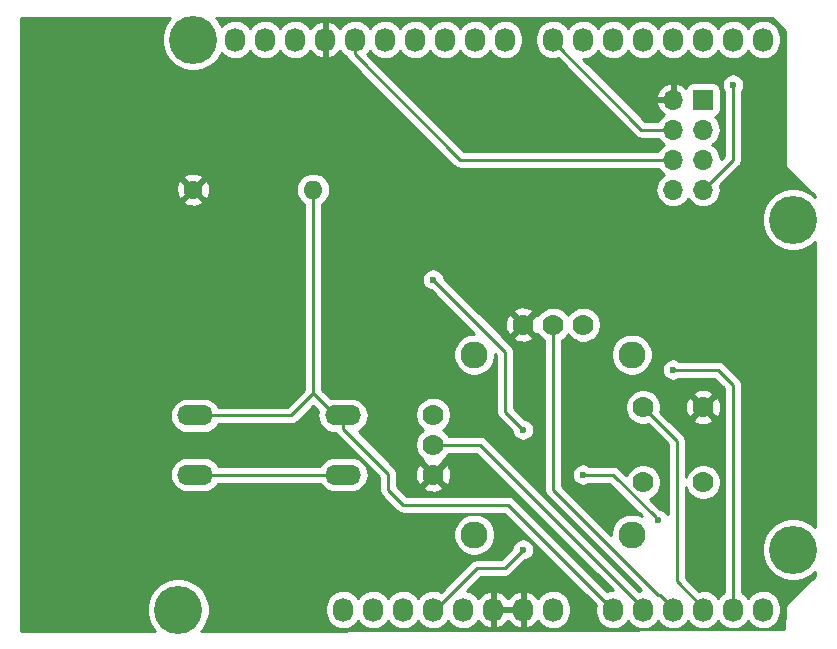
<source format=gtl>
G04 #@! TF.GenerationSoftware,KiCad,Pcbnew,(5.1.2-1)-1*
G04 #@! TF.CreationDate,2020-05-12T22:35:20+08:00*
G04 #@! TF.ProjectId,arduino_uno_exboard,61726475-696e-46f5-9f75-6e6f5f657862,rev?*
G04 #@! TF.SameCoordinates,Original*
G04 #@! TF.FileFunction,Copper,L1,Top*
G04 #@! TF.FilePolarity,Positive*
%FSLAX46Y46*%
G04 Gerber Fmt 4.6, Leading zero omitted, Abs format (unit mm)*
G04 Created by KiCad (PCBNEW (5.1.2-1)-1) date 2020-05-12 22:35:20*
%MOMM*%
%LPD*%
G04 APERTURE LIST*
%ADD10O,1.600000X1.600000*%
%ADD11C,1.600000*%
%ADD12O,3.048000X1.727200*%
%ADD13C,1.778000*%
%ADD14C,2.286000*%
%ADD15O,1.700000X1.700000*%
%ADD16R,1.700000X1.700000*%
%ADD17O,1.727200X2.032000*%
%ADD18C,4.064000*%
%ADD19C,0.600000*%
%ADD20C,0.250000*%
%ADD21C,0.254000*%
G04 APERTURE END LIST*
D10*
X136398000Y-88265000D03*
D11*
X126238000Y-88265000D03*
D12*
X138938000Y-107395000D03*
X138938000Y-112395000D03*
X126438000Y-107395000D03*
X126438000Y-112395000D03*
D13*
X154178000Y-99695000D03*
X156718000Y-99695000D03*
X159258000Y-99695000D03*
D14*
X163385500Y-117475000D03*
X150050500Y-117475000D03*
X150050500Y-102235000D03*
X163385500Y-102235000D03*
D13*
X146558000Y-112395000D03*
X146558000Y-109855000D03*
X146558000Y-107315000D03*
X164338000Y-113030000D03*
X164338000Y-106680000D03*
X169418000Y-113030000D03*
X169418000Y-106680000D03*
D15*
X166878000Y-88265000D03*
X169418000Y-88265000D03*
X166878000Y-85725000D03*
X169418000Y-85725000D03*
X166878000Y-83185000D03*
X169418000Y-83185000D03*
X166878000Y-80645000D03*
D16*
X169418000Y-80645000D03*
D17*
X138938000Y-123825000D03*
X141478000Y-123825000D03*
X144018000Y-123825000D03*
X146558000Y-123825000D03*
X149098000Y-123825000D03*
X151638000Y-123825000D03*
X154178000Y-123825000D03*
X156718000Y-123825000D03*
X161798000Y-123825000D03*
X164338000Y-123825000D03*
X166878000Y-123825000D03*
X169418000Y-123825000D03*
X171958000Y-123825000D03*
X174498000Y-123825000D03*
X129794000Y-75565000D03*
X132334000Y-75565000D03*
X134874000Y-75565000D03*
X137414000Y-75565000D03*
X139954000Y-75565000D03*
X142494000Y-75565000D03*
X145034000Y-75565000D03*
X147574000Y-75565000D03*
X150114000Y-75565000D03*
X152654000Y-75565000D03*
X156718000Y-75565000D03*
X159258000Y-75565000D03*
X161798000Y-75565000D03*
X164338000Y-75565000D03*
X166878000Y-75565000D03*
X169418000Y-75565000D03*
X171958000Y-75565000D03*
X174498000Y-75565000D03*
D18*
X124968000Y-123825000D03*
X177038000Y-118745000D03*
X126238000Y-75565000D03*
X177038000Y-90805000D03*
D19*
X154178000Y-104775000D03*
X166878000Y-103505000D03*
X146558000Y-95885000D03*
X154178000Y-108585000D03*
X159258000Y-112395000D03*
X165607992Y-116205000D03*
X171958000Y-79375000D03*
X154178000Y-118745000D03*
D20*
X126438000Y-112395000D02*
X137668000Y-112395000D01*
X137668000Y-112395000D02*
X138938000Y-112395000D01*
X137414000Y-77089000D02*
X126238000Y-88265000D01*
X137414000Y-75565000D02*
X137414000Y-77089000D01*
X151638000Y-123825000D02*
X151638000Y-123672600D01*
X137414000Y-82931000D02*
X154178000Y-99695000D01*
X137414000Y-77089000D02*
X137414000Y-82931000D01*
X173228000Y-78105000D02*
X168148000Y-78105000D01*
X168148000Y-78105000D02*
X166878000Y-79375000D01*
X171958000Y-92075000D02*
X174498000Y-89535000D01*
X174498000Y-79375000D02*
X173228000Y-78105000D01*
X174498000Y-89535000D02*
X174498000Y-79375000D01*
X166878000Y-79375000D02*
X166878000Y-80645000D01*
X161798000Y-92075000D02*
X171958000Y-92075000D01*
X154178000Y-99695000D02*
X161798000Y-92075000D01*
X138277600Y-107395000D02*
X138938000Y-107395000D01*
X136398000Y-105515400D02*
X138277600Y-107395000D01*
X136398000Y-88265000D02*
X136398000Y-105515400D01*
X134518400Y-107395000D02*
X126438000Y-107395000D01*
X136398000Y-105515400D02*
X134518400Y-107395000D01*
X138938000Y-107395000D02*
X139598400Y-107395000D01*
X152908000Y-114935000D02*
X161798000Y-123825000D01*
X144018000Y-114935000D02*
X152908000Y-114935000D01*
X142748000Y-113665000D02*
X144018000Y-114935000D01*
X142748000Y-112318600D02*
X142748000Y-113665000D01*
X138938000Y-108508600D02*
X142748000Y-112318600D01*
X138938000Y-107395000D02*
X138938000Y-108508600D01*
X164338000Y-123672600D02*
X164338000Y-123825000D01*
X150520400Y-109855000D02*
X164338000Y-123672600D01*
X146558000Y-109855000D02*
X150520400Y-109855000D01*
X165612000Y-122559000D02*
X165764400Y-122559000D01*
X156718000Y-113665000D02*
X165612000Y-122559000D01*
X166878000Y-123672600D02*
X166878000Y-123825000D01*
X165764400Y-122559000D02*
X166878000Y-123672600D01*
X156718000Y-99695000D02*
X156718000Y-113665000D01*
X169418000Y-123672600D02*
X169418000Y-123825000D01*
X167182800Y-121437400D02*
X169418000Y-123672600D01*
X167182800Y-109524800D02*
X167182800Y-121437400D01*
X164338000Y-106680000D02*
X167182800Y-109524800D01*
X166878000Y-103505000D02*
X170688000Y-103505000D01*
X171958000Y-104775000D02*
X171958000Y-123825000D01*
X170688000Y-103505000D02*
X171958000Y-104775000D01*
X159258000Y-112395000D02*
X161797992Y-112395000D01*
X161797992Y-112395000D02*
X165307993Y-115905001D01*
X165307993Y-115905001D02*
X165607992Y-116205000D01*
X152654000Y-107061000D02*
X154178000Y-108585000D01*
X152654000Y-101981000D02*
X152654000Y-107061000D01*
X146558000Y-95885000D02*
X152654000Y-101981000D01*
X164185600Y-83185000D02*
X165675919Y-83185000D01*
X156718000Y-75717400D02*
X164185600Y-83185000D01*
X165675919Y-83185000D02*
X166878000Y-83185000D01*
X156718000Y-75565000D02*
X156718000Y-75717400D01*
X171958000Y-85725000D02*
X169418000Y-88265000D01*
X171958000Y-79375000D02*
X171958000Y-85725000D01*
X165675919Y-85725000D02*
X166878000Y-85725000D01*
X148848000Y-85725000D02*
X165675919Y-85725000D01*
X139954000Y-76831000D02*
X148848000Y-85725000D01*
X139954000Y-75565000D02*
X139954000Y-76831000D01*
X152628600Y-120294400D02*
X154178000Y-118745000D01*
X150291800Y-120294400D02*
X152628600Y-120294400D01*
X146761200Y-123825000D02*
X150291800Y-120294400D01*
X146558000Y-123825000D02*
X146761200Y-123825000D01*
D21*
G36*
X124166406Y-73864887D02*
G01*
X123874536Y-74301702D01*
X123673492Y-74787065D01*
X123571000Y-75302323D01*
X123571000Y-75827677D01*
X123673492Y-76342935D01*
X123874536Y-76828298D01*
X124166406Y-77265113D01*
X124537887Y-77636594D01*
X124974702Y-77928464D01*
X125460065Y-78129508D01*
X125975323Y-78232000D01*
X126500677Y-78232000D01*
X127015935Y-78129508D01*
X127501298Y-77928464D01*
X127938113Y-77636594D01*
X128309594Y-77265113D01*
X128601464Y-76828298D01*
X128657001Y-76694219D01*
X128729203Y-76782197D01*
X128957395Y-76969469D01*
X129217737Y-77108625D01*
X129500224Y-77194316D01*
X129794000Y-77223251D01*
X130087777Y-77194316D01*
X130370264Y-77108625D01*
X130630606Y-76969469D01*
X130858797Y-76782197D01*
X131046069Y-76554006D01*
X131064000Y-76520459D01*
X131081931Y-76554006D01*
X131269203Y-76782197D01*
X131497395Y-76969469D01*
X131757737Y-77108625D01*
X132040224Y-77194316D01*
X132334000Y-77223251D01*
X132627777Y-77194316D01*
X132910264Y-77108625D01*
X133170606Y-76969469D01*
X133398797Y-76782197D01*
X133586069Y-76554006D01*
X133604000Y-76520459D01*
X133621931Y-76554006D01*
X133809203Y-76782197D01*
X134037395Y-76969469D01*
X134297737Y-77108625D01*
X134580224Y-77194316D01*
X134874000Y-77223251D01*
X135167777Y-77194316D01*
X135450264Y-77108625D01*
X135710606Y-76969469D01*
X135938797Y-76782197D01*
X136126069Y-76554006D01*
X136147424Y-76514053D01*
X136295514Y-76716729D01*
X136511965Y-76915733D01*
X136763081Y-77068686D01*
X137039211Y-77169709D01*
X137054974Y-77172358D01*
X137287000Y-77051217D01*
X137287000Y-75692000D01*
X137267000Y-75692000D01*
X137267000Y-75438000D01*
X137287000Y-75438000D01*
X137287000Y-74078783D01*
X137541000Y-74078783D01*
X137541000Y-75438000D01*
X137561000Y-75438000D01*
X137561000Y-75692000D01*
X137541000Y-75692000D01*
X137541000Y-77051217D01*
X137773026Y-77172358D01*
X137788789Y-77169709D01*
X138064919Y-77068686D01*
X138316035Y-76915733D01*
X138532486Y-76716729D01*
X138680576Y-76514053D01*
X138701931Y-76554006D01*
X138889203Y-76782197D01*
X139117395Y-76969469D01*
X139218143Y-77023320D01*
X139248454Y-77123246D01*
X139319026Y-77255276D01*
X139390201Y-77342002D01*
X139414000Y-77371001D01*
X139442998Y-77394799D01*
X148284205Y-86236008D01*
X148307999Y-86265001D01*
X148336992Y-86288795D01*
X148336996Y-86288799D01*
X148407685Y-86346811D01*
X148423724Y-86359974D01*
X148555753Y-86430546D01*
X148699014Y-86474003D01*
X148810667Y-86485000D01*
X148810676Y-86485000D01*
X148847999Y-86488676D01*
X148885322Y-86485000D01*
X165600405Y-86485000D01*
X165637294Y-86554014D01*
X165822866Y-86780134D01*
X166048986Y-86965706D01*
X166103791Y-86995000D01*
X166048986Y-87024294D01*
X165822866Y-87209866D01*
X165637294Y-87435986D01*
X165499401Y-87693966D01*
X165414487Y-87973889D01*
X165385815Y-88265000D01*
X165414487Y-88556111D01*
X165499401Y-88836034D01*
X165637294Y-89094014D01*
X165822866Y-89320134D01*
X166048986Y-89505706D01*
X166306966Y-89643599D01*
X166586889Y-89728513D01*
X166805050Y-89750000D01*
X166950950Y-89750000D01*
X167169111Y-89728513D01*
X167449034Y-89643599D01*
X167707014Y-89505706D01*
X167933134Y-89320134D01*
X168118706Y-89094014D01*
X168148000Y-89039209D01*
X168177294Y-89094014D01*
X168362866Y-89320134D01*
X168588986Y-89505706D01*
X168846966Y-89643599D01*
X169126889Y-89728513D01*
X169345050Y-89750000D01*
X169490950Y-89750000D01*
X169709111Y-89728513D01*
X169989034Y-89643599D01*
X170247014Y-89505706D01*
X170473134Y-89320134D01*
X170658706Y-89094014D01*
X170796599Y-88836034D01*
X170881513Y-88556111D01*
X170910185Y-88265000D01*
X170881513Y-87973889D01*
X170858797Y-87899005D01*
X172469008Y-86288795D01*
X172498001Y-86265001D01*
X172521795Y-86236008D01*
X172521799Y-86236004D01*
X172592973Y-86149277D01*
X172592974Y-86149276D01*
X172663546Y-86017247D01*
X172707003Y-85873986D01*
X172718000Y-85762333D01*
X172718000Y-85762324D01*
X172721676Y-85725001D01*
X172718000Y-85687678D01*
X172718000Y-79920535D01*
X172786586Y-79817889D01*
X172857068Y-79647729D01*
X172893000Y-79467089D01*
X172893000Y-79282911D01*
X172857068Y-79102271D01*
X172786586Y-78932111D01*
X172684262Y-78778972D01*
X172554028Y-78648738D01*
X172400889Y-78546414D01*
X172230729Y-78475932D01*
X172050089Y-78440000D01*
X171865911Y-78440000D01*
X171685271Y-78475932D01*
X171515111Y-78546414D01*
X171361972Y-78648738D01*
X171231738Y-78778972D01*
X171129414Y-78932111D01*
X171058932Y-79102271D01*
X171023000Y-79282911D01*
X171023000Y-79467089D01*
X171058932Y-79647729D01*
X171129414Y-79817889D01*
X171198000Y-79920536D01*
X171198001Y-85410196D01*
X170907765Y-85700432D01*
X170881513Y-85433889D01*
X170796599Y-85153966D01*
X170658706Y-84895986D01*
X170473134Y-84669866D01*
X170247014Y-84484294D01*
X170192209Y-84455000D01*
X170247014Y-84425706D01*
X170473134Y-84240134D01*
X170658706Y-84014014D01*
X170796599Y-83756034D01*
X170881513Y-83476111D01*
X170910185Y-83185000D01*
X170881513Y-82893889D01*
X170796599Y-82613966D01*
X170658706Y-82355986D01*
X170473134Y-82129866D01*
X170443313Y-82105393D01*
X170512180Y-82084502D01*
X170622494Y-82025537D01*
X170719185Y-81946185D01*
X170798537Y-81849494D01*
X170857502Y-81739180D01*
X170893812Y-81619482D01*
X170906072Y-81495000D01*
X170906072Y-79795000D01*
X170893812Y-79670518D01*
X170857502Y-79550820D01*
X170798537Y-79440506D01*
X170719185Y-79343815D01*
X170622494Y-79264463D01*
X170512180Y-79205498D01*
X170392482Y-79169188D01*
X170268000Y-79156928D01*
X168568000Y-79156928D01*
X168443518Y-79169188D01*
X168323820Y-79205498D01*
X168213506Y-79264463D01*
X168116815Y-79343815D01*
X168037463Y-79440506D01*
X167978498Y-79550820D01*
X167955502Y-79626626D01*
X167759355Y-79449822D01*
X167509252Y-79300843D01*
X167234891Y-79203519D01*
X167005000Y-79324186D01*
X167005000Y-80518000D01*
X167025000Y-80518000D01*
X167025000Y-80772000D01*
X167005000Y-80772000D01*
X167005000Y-80792000D01*
X166751000Y-80792000D01*
X166751000Y-80772000D01*
X165557845Y-80772000D01*
X165436524Y-81001890D01*
X165481175Y-81149099D01*
X165606359Y-81411920D01*
X165780412Y-81645269D01*
X165996645Y-81840178D01*
X166113523Y-81909799D01*
X166048986Y-81944294D01*
X165822866Y-82129866D01*
X165637294Y-82355986D01*
X165600405Y-82425000D01*
X164500402Y-82425000D01*
X162363512Y-80288110D01*
X165436524Y-80288110D01*
X165557845Y-80518000D01*
X166751000Y-80518000D01*
X166751000Y-79324186D01*
X166521109Y-79203519D01*
X166246748Y-79300843D01*
X165996645Y-79449822D01*
X165780412Y-79644731D01*
X165606359Y-79878080D01*
X165481175Y-80140901D01*
X165436524Y-80288110D01*
X162363512Y-80288110D01*
X159295007Y-77219606D01*
X159551777Y-77194316D01*
X159834264Y-77108625D01*
X160094606Y-76969469D01*
X160322797Y-76782197D01*
X160510069Y-76554006D01*
X160528000Y-76520459D01*
X160545931Y-76554006D01*
X160733203Y-76782197D01*
X160961395Y-76969469D01*
X161221737Y-77108625D01*
X161504224Y-77194316D01*
X161798000Y-77223251D01*
X162091777Y-77194316D01*
X162374264Y-77108625D01*
X162634606Y-76969469D01*
X162862797Y-76782197D01*
X163050069Y-76554006D01*
X163068000Y-76520459D01*
X163085931Y-76554006D01*
X163273203Y-76782197D01*
X163501395Y-76969469D01*
X163761737Y-77108625D01*
X164044224Y-77194316D01*
X164338000Y-77223251D01*
X164631777Y-77194316D01*
X164914264Y-77108625D01*
X165174606Y-76969469D01*
X165402797Y-76782197D01*
X165590069Y-76554006D01*
X165608000Y-76520459D01*
X165625931Y-76554006D01*
X165813203Y-76782197D01*
X166041395Y-76969469D01*
X166301737Y-77108625D01*
X166584224Y-77194316D01*
X166878000Y-77223251D01*
X167171777Y-77194316D01*
X167454264Y-77108625D01*
X167714606Y-76969469D01*
X167942797Y-76782197D01*
X168130069Y-76554006D01*
X168148000Y-76520459D01*
X168165931Y-76554006D01*
X168353203Y-76782197D01*
X168581395Y-76969469D01*
X168841737Y-77108625D01*
X169124224Y-77194316D01*
X169418000Y-77223251D01*
X169711777Y-77194316D01*
X169994264Y-77108625D01*
X170254606Y-76969469D01*
X170482797Y-76782197D01*
X170670069Y-76554006D01*
X170688000Y-76520459D01*
X170705931Y-76554006D01*
X170893203Y-76782197D01*
X171121395Y-76969469D01*
X171381737Y-77108625D01*
X171664224Y-77194316D01*
X171958000Y-77223251D01*
X172251777Y-77194316D01*
X172534264Y-77108625D01*
X172794606Y-76969469D01*
X173022797Y-76782197D01*
X173210069Y-76554006D01*
X173228000Y-76520459D01*
X173245931Y-76554006D01*
X173433203Y-76782197D01*
X173661395Y-76969469D01*
X173921737Y-77108625D01*
X174204224Y-77194316D01*
X174498000Y-77223251D01*
X174791777Y-77194316D01*
X175074264Y-77108625D01*
X175334606Y-76969469D01*
X175562797Y-76782197D01*
X175750069Y-76554006D01*
X175889225Y-76293663D01*
X175974916Y-76011176D01*
X175996600Y-75791018D01*
X175996600Y-75338981D01*
X175974916Y-75118823D01*
X175889225Y-74836336D01*
X175750069Y-74575994D01*
X175562797Y-74347803D01*
X175334605Y-74160531D01*
X175074263Y-74021375D01*
X174791776Y-73935684D01*
X174498000Y-73906749D01*
X174204223Y-73935684D01*
X173921736Y-74021375D01*
X173661394Y-74160531D01*
X173433203Y-74347803D01*
X173245931Y-74575995D01*
X173228000Y-74609541D01*
X173210069Y-74575994D01*
X173022797Y-74347803D01*
X172794605Y-74160531D01*
X172534263Y-74021375D01*
X172251776Y-73935684D01*
X171958000Y-73906749D01*
X171664223Y-73935684D01*
X171381736Y-74021375D01*
X171121394Y-74160531D01*
X170893203Y-74347803D01*
X170705931Y-74575995D01*
X170688000Y-74609541D01*
X170670069Y-74575994D01*
X170482797Y-74347803D01*
X170254605Y-74160531D01*
X169994263Y-74021375D01*
X169711776Y-73935684D01*
X169418000Y-73906749D01*
X169124223Y-73935684D01*
X168841736Y-74021375D01*
X168581394Y-74160531D01*
X168353203Y-74347803D01*
X168165931Y-74575995D01*
X168148000Y-74609541D01*
X168130069Y-74575994D01*
X167942797Y-74347803D01*
X167714605Y-74160531D01*
X167454263Y-74021375D01*
X167171776Y-73935684D01*
X166878000Y-73906749D01*
X166584223Y-73935684D01*
X166301736Y-74021375D01*
X166041394Y-74160531D01*
X165813203Y-74347803D01*
X165625931Y-74575995D01*
X165608000Y-74609541D01*
X165590069Y-74575994D01*
X165402797Y-74347803D01*
X165174605Y-74160531D01*
X164914263Y-74021375D01*
X164631776Y-73935684D01*
X164338000Y-73906749D01*
X164044223Y-73935684D01*
X163761736Y-74021375D01*
X163501394Y-74160531D01*
X163273203Y-74347803D01*
X163085931Y-74575995D01*
X163068000Y-74609541D01*
X163050069Y-74575994D01*
X162862797Y-74347803D01*
X162634605Y-74160531D01*
X162374263Y-74021375D01*
X162091776Y-73935684D01*
X161798000Y-73906749D01*
X161504223Y-73935684D01*
X161221736Y-74021375D01*
X160961394Y-74160531D01*
X160733203Y-74347803D01*
X160545931Y-74575995D01*
X160528000Y-74609541D01*
X160510069Y-74575994D01*
X160322797Y-74347803D01*
X160094605Y-74160531D01*
X159834263Y-74021375D01*
X159551776Y-73935684D01*
X159258000Y-73906749D01*
X158964223Y-73935684D01*
X158681736Y-74021375D01*
X158421394Y-74160531D01*
X158193203Y-74347803D01*
X158005931Y-74575995D01*
X157988000Y-74609541D01*
X157970069Y-74575994D01*
X157782797Y-74347803D01*
X157554605Y-74160531D01*
X157294263Y-74021375D01*
X157011776Y-73935684D01*
X156718000Y-73906749D01*
X156424223Y-73935684D01*
X156141736Y-74021375D01*
X155881394Y-74160531D01*
X155653203Y-74347803D01*
X155465931Y-74575995D01*
X155326775Y-74836337D01*
X155241084Y-75118824D01*
X155219400Y-75338982D01*
X155219400Y-75791019D01*
X155241084Y-76011177D01*
X155326775Y-76293664D01*
X155465931Y-76554006D01*
X155653203Y-76782197D01*
X155881395Y-76969469D01*
X156141737Y-77108625D01*
X156424224Y-77194316D01*
X156718000Y-77223251D01*
X157011777Y-77194316D01*
X157094900Y-77169101D01*
X163621801Y-83696003D01*
X163645599Y-83725001D01*
X163761324Y-83819974D01*
X163893353Y-83890546D01*
X164036614Y-83934003D01*
X164148267Y-83945000D01*
X164148276Y-83945000D01*
X164185599Y-83948676D01*
X164222922Y-83945000D01*
X165600405Y-83945000D01*
X165637294Y-84014014D01*
X165822866Y-84240134D01*
X166048986Y-84425706D01*
X166103791Y-84455000D01*
X166048986Y-84484294D01*
X165822866Y-84669866D01*
X165637294Y-84895986D01*
X165600405Y-84965000D01*
X149162803Y-84965000D01*
X140997487Y-76799686D01*
X141018797Y-76782197D01*
X141206069Y-76554006D01*
X141224000Y-76520459D01*
X141241931Y-76554006D01*
X141429203Y-76782197D01*
X141657395Y-76969469D01*
X141917737Y-77108625D01*
X142200224Y-77194316D01*
X142494000Y-77223251D01*
X142787777Y-77194316D01*
X143070264Y-77108625D01*
X143330606Y-76969469D01*
X143558797Y-76782197D01*
X143746069Y-76554006D01*
X143764000Y-76520459D01*
X143781931Y-76554006D01*
X143969203Y-76782197D01*
X144197395Y-76969469D01*
X144457737Y-77108625D01*
X144740224Y-77194316D01*
X145034000Y-77223251D01*
X145327777Y-77194316D01*
X145610264Y-77108625D01*
X145870606Y-76969469D01*
X146098797Y-76782197D01*
X146286069Y-76554006D01*
X146304000Y-76520459D01*
X146321931Y-76554006D01*
X146509203Y-76782197D01*
X146737395Y-76969469D01*
X146997737Y-77108625D01*
X147280224Y-77194316D01*
X147574000Y-77223251D01*
X147867777Y-77194316D01*
X148150264Y-77108625D01*
X148410606Y-76969469D01*
X148638797Y-76782197D01*
X148826069Y-76554006D01*
X148844000Y-76520459D01*
X148861931Y-76554006D01*
X149049203Y-76782197D01*
X149277395Y-76969469D01*
X149537737Y-77108625D01*
X149820224Y-77194316D01*
X150114000Y-77223251D01*
X150407777Y-77194316D01*
X150690264Y-77108625D01*
X150950606Y-76969469D01*
X151178797Y-76782197D01*
X151366069Y-76554006D01*
X151384000Y-76520459D01*
X151401931Y-76554006D01*
X151589203Y-76782197D01*
X151817395Y-76969469D01*
X152077737Y-77108625D01*
X152360224Y-77194316D01*
X152654000Y-77223251D01*
X152947777Y-77194316D01*
X153230264Y-77108625D01*
X153490606Y-76969469D01*
X153718797Y-76782197D01*
X153906069Y-76554006D01*
X154045225Y-76293663D01*
X154130916Y-76011176D01*
X154152600Y-75791018D01*
X154152600Y-75338981D01*
X154130916Y-75118823D01*
X154045225Y-74836336D01*
X153906069Y-74575994D01*
X153718797Y-74347803D01*
X153490605Y-74160531D01*
X153230263Y-74021375D01*
X152947776Y-73935684D01*
X152654000Y-73906749D01*
X152360223Y-73935684D01*
X152077736Y-74021375D01*
X151817394Y-74160531D01*
X151589203Y-74347803D01*
X151401931Y-74575995D01*
X151384000Y-74609541D01*
X151366069Y-74575994D01*
X151178797Y-74347803D01*
X150950605Y-74160531D01*
X150690263Y-74021375D01*
X150407776Y-73935684D01*
X150114000Y-73906749D01*
X149820223Y-73935684D01*
X149537736Y-74021375D01*
X149277394Y-74160531D01*
X149049203Y-74347803D01*
X148861931Y-74575995D01*
X148844000Y-74609541D01*
X148826069Y-74575994D01*
X148638797Y-74347803D01*
X148410605Y-74160531D01*
X148150263Y-74021375D01*
X147867776Y-73935684D01*
X147574000Y-73906749D01*
X147280223Y-73935684D01*
X146997736Y-74021375D01*
X146737394Y-74160531D01*
X146509203Y-74347803D01*
X146321931Y-74575995D01*
X146304000Y-74609541D01*
X146286069Y-74575994D01*
X146098797Y-74347803D01*
X145870605Y-74160531D01*
X145610263Y-74021375D01*
X145327776Y-73935684D01*
X145034000Y-73906749D01*
X144740223Y-73935684D01*
X144457736Y-74021375D01*
X144197394Y-74160531D01*
X143969203Y-74347803D01*
X143781931Y-74575995D01*
X143764000Y-74609541D01*
X143746069Y-74575994D01*
X143558797Y-74347803D01*
X143330605Y-74160531D01*
X143070263Y-74021375D01*
X142787776Y-73935684D01*
X142494000Y-73906749D01*
X142200223Y-73935684D01*
X141917736Y-74021375D01*
X141657394Y-74160531D01*
X141429203Y-74347803D01*
X141241931Y-74575995D01*
X141224000Y-74609541D01*
X141206069Y-74575994D01*
X141018797Y-74347803D01*
X140790605Y-74160531D01*
X140530263Y-74021375D01*
X140247776Y-73935684D01*
X139954000Y-73906749D01*
X139660223Y-73935684D01*
X139377736Y-74021375D01*
X139117394Y-74160531D01*
X138889203Y-74347803D01*
X138701931Y-74575995D01*
X138680576Y-74615947D01*
X138532486Y-74413271D01*
X138316035Y-74214267D01*
X138064919Y-74061314D01*
X137788789Y-73960291D01*
X137773026Y-73957642D01*
X137541000Y-74078783D01*
X137287000Y-74078783D01*
X137054974Y-73957642D01*
X137039211Y-73960291D01*
X136763081Y-74061314D01*
X136511965Y-74214267D01*
X136295514Y-74413271D01*
X136147424Y-74615947D01*
X136126069Y-74575994D01*
X135938797Y-74347803D01*
X135710605Y-74160531D01*
X135450263Y-74021375D01*
X135167776Y-73935684D01*
X134874000Y-73906749D01*
X134580223Y-73935684D01*
X134297736Y-74021375D01*
X134037394Y-74160531D01*
X133809203Y-74347803D01*
X133621931Y-74575995D01*
X133604000Y-74609541D01*
X133586069Y-74575994D01*
X133398797Y-74347803D01*
X133170605Y-74160531D01*
X132910263Y-74021375D01*
X132627776Y-73935684D01*
X132334000Y-73906749D01*
X132040223Y-73935684D01*
X131757736Y-74021375D01*
X131497394Y-74160531D01*
X131269203Y-74347803D01*
X131081931Y-74575995D01*
X131064000Y-74609541D01*
X131046069Y-74575994D01*
X130858797Y-74347803D01*
X130630605Y-74160531D01*
X130370263Y-74021375D01*
X130087776Y-73935684D01*
X129794000Y-73906749D01*
X129500223Y-73935684D01*
X129217736Y-74021375D01*
X128957394Y-74160531D01*
X128729203Y-74347803D01*
X128657001Y-74435781D01*
X128601464Y-74301702D01*
X128309594Y-73864887D01*
X128179707Y-73735000D01*
X175219909Y-73735000D01*
X176328001Y-74843093D01*
X176328000Y-85944125D01*
X176324565Y-85979000D01*
X176328000Y-86013875D01*
X176328000Y-86013876D01*
X176338273Y-86118183D01*
X176378872Y-86252019D01*
X176444800Y-86375362D01*
X176533525Y-86483474D01*
X176560617Y-86505708D01*
X178868001Y-88813093D01*
X178868001Y-88863294D01*
X178738113Y-88733406D01*
X178301298Y-88441536D01*
X177815935Y-88240492D01*
X177300677Y-88138000D01*
X176775323Y-88138000D01*
X176260065Y-88240492D01*
X175774702Y-88441536D01*
X175337887Y-88733406D01*
X174966406Y-89104887D01*
X174674536Y-89541702D01*
X174473492Y-90027065D01*
X174371000Y-90542323D01*
X174371000Y-91067677D01*
X174473492Y-91582935D01*
X174674536Y-92068298D01*
X174966406Y-92505113D01*
X175337887Y-92876594D01*
X175774702Y-93168464D01*
X176260065Y-93369508D01*
X176775323Y-93472000D01*
X177300677Y-93472000D01*
X177815935Y-93369508D01*
X178301298Y-93168464D01*
X178738113Y-92876594D01*
X178868001Y-92746706D01*
X178868000Y-116803293D01*
X178738113Y-116673406D01*
X178301298Y-116381536D01*
X177815935Y-116180492D01*
X177300677Y-116078000D01*
X176775323Y-116078000D01*
X176260065Y-116180492D01*
X175774702Y-116381536D01*
X175337887Y-116673406D01*
X174966406Y-117044887D01*
X174674536Y-117481702D01*
X174473492Y-117967065D01*
X174371000Y-118482323D01*
X174371000Y-119007677D01*
X174473492Y-119522935D01*
X174674536Y-120008298D01*
X174966406Y-120445113D01*
X175337887Y-120816594D01*
X175774702Y-121108464D01*
X176260065Y-121309508D01*
X176775323Y-121412000D01*
X177300677Y-121412000D01*
X177815935Y-121309508D01*
X178301298Y-121108464D01*
X178738113Y-120816594D01*
X178868000Y-120686707D01*
X178868000Y-120990908D01*
X176560617Y-123298292D01*
X176533526Y-123320525D01*
X176511293Y-123347616D01*
X176444801Y-123428637D01*
X176378872Y-123551981D01*
X176338274Y-123685816D01*
X176329583Y-123774051D01*
X176329012Y-123776000D01*
X176326849Y-123796074D01*
X176326627Y-123804065D01*
X176324565Y-123825000D01*
X176325720Y-123836725D01*
X176279469Y-125501738D01*
X126927706Y-125637001D01*
X127039594Y-125525113D01*
X127331464Y-125088298D01*
X127532508Y-124602935D01*
X127635000Y-124087677D01*
X127635000Y-123598982D01*
X137439400Y-123598982D01*
X137439400Y-124051019D01*
X137461084Y-124271177D01*
X137546775Y-124553664D01*
X137685931Y-124814006D01*
X137873203Y-125042197D01*
X138101395Y-125229469D01*
X138361737Y-125368625D01*
X138644224Y-125454316D01*
X138938000Y-125483251D01*
X139231777Y-125454316D01*
X139514264Y-125368625D01*
X139774606Y-125229469D01*
X140002797Y-125042197D01*
X140190069Y-124814006D01*
X140208000Y-124780459D01*
X140225931Y-124814006D01*
X140413203Y-125042197D01*
X140641395Y-125229469D01*
X140901737Y-125368625D01*
X141184224Y-125454316D01*
X141478000Y-125483251D01*
X141771777Y-125454316D01*
X142054264Y-125368625D01*
X142314606Y-125229469D01*
X142542797Y-125042197D01*
X142730069Y-124814006D01*
X142748000Y-124780459D01*
X142765931Y-124814006D01*
X142953203Y-125042197D01*
X143181395Y-125229469D01*
X143441737Y-125368625D01*
X143724224Y-125454316D01*
X144018000Y-125483251D01*
X144311777Y-125454316D01*
X144594264Y-125368625D01*
X144854606Y-125229469D01*
X145082797Y-125042197D01*
X145270069Y-124814006D01*
X145288000Y-124780459D01*
X145305931Y-124814006D01*
X145493203Y-125042197D01*
X145721395Y-125229469D01*
X145981737Y-125368625D01*
X146264224Y-125454316D01*
X146558000Y-125483251D01*
X146851777Y-125454316D01*
X147134264Y-125368625D01*
X147394606Y-125229469D01*
X147622797Y-125042197D01*
X147810069Y-124814006D01*
X147828000Y-124780459D01*
X147845931Y-124814006D01*
X148033203Y-125042197D01*
X148261395Y-125229469D01*
X148521737Y-125368625D01*
X148804224Y-125454316D01*
X149098000Y-125483251D01*
X149391777Y-125454316D01*
X149674264Y-125368625D01*
X149934606Y-125229469D01*
X150162797Y-125042197D01*
X150350069Y-124814006D01*
X150371424Y-124774053D01*
X150519514Y-124976729D01*
X150735965Y-125175733D01*
X150987081Y-125328686D01*
X151263211Y-125429709D01*
X151278974Y-125432358D01*
X151511000Y-125311217D01*
X151511000Y-123952000D01*
X151765000Y-123952000D01*
X151765000Y-125311217D01*
X151997026Y-125432358D01*
X152012789Y-125429709D01*
X152288919Y-125328686D01*
X152540035Y-125175733D01*
X152756486Y-124976729D01*
X152908000Y-124769367D01*
X153059514Y-124976729D01*
X153275965Y-125175733D01*
X153527081Y-125328686D01*
X153803211Y-125429709D01*
X153818974Y-125432358D01*
X154051000Y-125311217D01*
X154051000Y-123952000D01*
X151765000Y-123952000D01*
X151511000Y-123952000D01*
X151491000Y-123952000D01*
X151491000Y-123698000D01*
X151511000Y-123698000D01*
X151511000Y-122338783D01*
X151765000Y-122338783D01*
X151765000Y-123698000D01*
X154051000Y-123698000D01*
X154051000Y-122338783D01*
X154305000Y-122338783D01*
X154305000Y-123698000D01*
X154325000Y-123698000D01*
X154325000Y-123952000D01*
X154305000Y-123952000D01*
X154305000Y-125311217D01*
X154537026Y-125432358D01*
X154552789Y-125429709D01*
X154828919Y-125328686D01*
X155080035Y-125175733D01*
X155296486Y-124976729D01*
X155444576Y-124774053D01*
X155465931Y-124814006D01*
X155653203Y-125042197D01*
X155881395Y-125229469D01*
X156141737Y-125368625D01*
X156424224Y-125454316D01*
X156718000Y-125483251D01*
X157011777Y-125454316D01*
X157294264Y-125368625D01*
X157554606Y-125229469D01*
X157782797Y-125042197D01*
X157970069Y-124814006D01*
X158109225Y-124553663D01*
X158194916Y-124271176D01*
X158216600Y-124051018D01*
X158216600Y-123598981D01*
X158194916Y-123378823D01*
X158109225Y-123096336D01*
X157970069Y-122835994D01*
X157782797Y-122607803D01*
X157554605Y-122420531D01*
X157294263Y-122281375D01*
X157011776Y-122195684D01*
X156718000Y-122166749D01*
X156424223Y-122195684D01*
X156141736Y-122281375D01*
X155881394Y-122420531D01*
X155653203Y-122607803D01*
X155465931Y-122835995D01*
X155444576Y-122875947D01*
X155296486Y-122673271D01*
X155080035Y-122474267D01*
X154828919Y-122321314D01*
X154552789Y-122220291D01*
X154537026Y-122217642D01*
X154305000Y-122338783D01*
X154051000Y-122338783D01*
X153818974Y-122217642D01*
X153803211Y-122220291D01*
X153527081Y-122321314D01*
X153275965Y-122474267D01*
X153059514Y-122673271D01*
X152908000Y-122880633D01*
X152756486Y-122673271D01*
X152540035Y-122474267D01*
X152288919Y-122321314D01*
X152012789Y-122220291D01*
X151997026Y-122217642D01*
X151765000Y-122338783D01*
X151511000Y-122338783D01*
X151278974Y-122217642D01*
X151263211Y-122220291D01*
X150987081Y-122321314D01*
X150735965Y-122474267D01*
X150519514Y-122673271D01*
X150371424Y-122875947D01*
X150350069Y-122835994D01*
X150162797Y-122607803D01*
X149934605Y-122420531D01*
X149674263Y-122281375D01*
X149448202Y-122212800D01*
X150606603Y-121054400D01*
X152591278Y-121054400D01*
X152628600Y-121058076D01*
X152665922Y-121054400D01*
X152665933Y-121054400D01*
X152777586Y-121043403D01*
X152920847Y-120999946D01*
X153052876Y-120929374D01*
X153168601Y-120834401D01*
X153192403Y-120805398D01*
X154329650Y-119668152D01*
X154450729Y-119644068D01*
X154620889Y-119573586D01*
X154774028Y-119471262D01*
X154904262Y-119341028D01*
X155006586Y-119187889D01*
X155077068Y-119017729D01*
X155113000Y-118837089D01*
X155113000Y-118652911D01*
X155077068Y-118472271D01*
X155006586Y-118302111D01*
X154904262Y-118148972D01*
X154774028Y-118018738D01*
X154620889Y-117916414D01*
X154450729Y-117845932D01*
X154270089Y-117810000D01*
X154085911Y-117810000D01*
X153905271Y-117845932D01*
X153735111Y-117916414D01*
X153581972Y-118018738D01*
X153451738Y-118148972D01*
X153349414Y-118302111D01*
X153278932Y-118472271D01*
X153254848Y-118593350D01*
X152313799Y-119534400D01*
X150329122Y-119534400D01*
X150291799Y-119530724D01*
X150254476Y-119534400D01*
X150254467Y-119534400D01*
X150142814Y-119545397D01*
X149999553Y-119588854D01*
X149867524Y-119659426D01*
X149867522Y-119659427D01*
X149867523Y-119659427D01*
X149780796Y-119730601D01*
X149780792Y-119730605D01*
X149751799Y-119754399D01*
X149728005Y-119783392D01*
X147196667Y-122314731D01*
X147134263Y-122281375D01*
X146851776Y-122195684D01*
X146558000Y-122166749D01*
X146264223Y-122195684D01*
X145981736Y-122281375D01*
X145721394Y-122420531D01*
X145493203Y-122607803D01*
X145305931Y-122835995D01*
X145288000Y-122869541D01*
X145270069Y-122835994D01*
X145082797Y-122607803D01*
X144854605Y-122420531D01*
X144594263Y-122281375D01*
X144311776Y-122195684D01*
X144018000Y-122166749D01*
X143724223Y-122195684D01*
X143441736Y-122281375D01*
X143181394Y-122420531D01*
X142953203Y-122607803D01*
X142765931Y-122835995D01*
X142748000Y-122869541D01*
X142730069Y-122835994D01*
X142542797Y-122607803D01*
X142314605Y-122420531D01*
X142054263Y-122281375D01*
X141771776Y-122195684D01*
X141478000Y-122166749D01*
X141184223Y-122195684D01*
X140901736Y-122281375D01*
X140641394Y-122420531D01*
X140413203Y-122607803D01*
X140225931Y-122835995D01*
X140208000Y-122869541D01*
X140190069Y-122835994D01*
X140002797Y-122607803D01*
X139774605Y-122420531D01*
X139514263Y-122281375D01*
X139231776Y-122195684D01*
X138938000Y-122166749D01*
X138644223Y-122195684D01*
X138361736Y-122281375D01*
X138101394Y-122420531D01*
X137873203Y-122607803D01*
X137685931Y-122835995D01*
X137546775Y-123096337D01*
X137461084Y-123378824D01*
X137439400Y-123598982D01*
X127635000Y-123598982D01*
X127635000Y-123562323D01*
X127532508Y-123047065D01*
X127331464Y-122561702D01*
X127039594Y-122124887D01*
X126668113Y-121753406D01*
X126231298Y-121461536D01*
X125745935Y-121260492D01*
X125230677Y-121158000D01*
X124705323Y-121158000D01*
X124190065Y-121260492D01*
X123704702Y-121461536D01*
X123267887Y-121753406D01*
X122896406Y-122124887D01*
X122604536Y-122561702D01*
X122403492Y-123047065D01*
X122301000Y-123562323D01*
X122301000Y-124087677D01*
X122403492Y-124602935D01*
X122604536Y-125088298D01*
X122896406Y-125525113D01*
X123019007Y-125647714D01*
X120360566Y-125655000D01*
X111708000Y-125655000D01*
X111708000Y-117299882D01*
X148272500Y-117299882D01*
X148272500Y-117650118D01*
X148340828Y-117993623D01*
X148474857Y-118317199D01*
X148669437Y-118608409D01*
X148917091Y-118856063D01*
X149208301Y-119050643D01*
X149531877Y-119184672D01*
X149875382Y-119253000D01*
X150225618Y-119253000D01*
X150569123Y-119184672D01*
X150892699Y-119050643D01*
X151183909Y-118856063D01*
X151431563Y-118608409D01*
X151626143Y-118317199D01*
X151760172Y-117993623D01*
X151828500Y-117650118D01*
X151828500Y-117299882D01*
X151760172Y-116956377D01*
X151626143Y-116632801D01*
X151431563Y-116341591D01*
X151183909Y-116093937D01*
X150892699Y-115899357D01*
X150569123Y-115765328D01*
X150225618Y-115697000D01*
X149875382Y-115697000D01*
X149531877Y-115765328D01*
X149208301Y-115899357D01*
X148917091Y-116093937D01*
X148669437Y-116341591D01*
X148474857Y-116632801D01*
X148340828Y-116956377D01*
X148272500Y-117299882D01*
X111708000Y-117299882D01*
X111708000Y-112395000D01*
X124271749Y-112395000D01*
X124300684Y-112688777D01*
X124386375Y-112971264D01*
X124525531Y-113231606D01*
X124712803Y-113459797D01*
X124940994Y-113647069D01*
X125201336Y-113786225D01*
X125483823Y-113871916D01*
X125703981Y-113893600D01*
X127172019Y-113893600D01*
X127392177Y-113871916D01*
X127674664Y-113786225D01*
X127935006Y-113647069D01*
X128163197Y-113459797D01*
X128350469Y-113231606D01*
X128391416Y-113155000D01*
X136984584Y-113155000D01*
X137025531Y-113231606D01*
X137212803Y-113459797D01*
X137440994Y-113647069D01*
X137701336Y-113786225D01*
X137983823Y-113871916D01*
X138203981Y-113893600D01*
X139672019Y-113893600D01*
X139892177Y-113871916D01*
X140174664Y-113786225D01*
X140435006Y-113647069D01*
X140663197Y-113459797D01*
X140850469Y-113231606D01*
X140989625Y-112971264D01*
X141075316Y-112688777D01*
X141104251Y-112395000D01*
X141075316Y-112101223D01*
X140989625Y-111818736D01*
X140850469Y-111558394D01*
X140663197Y-111330203D01*
X140435006Y-111142931D01*
X140174664Y-111003775D01*
X139892177Y-110918084D01*
X139672019Y-110896400D01*
X138203981Y-110896400D01*
X137983823Y-110918084D01*
X137701336Y-111003775D01*
X137440994Y-111142931D01*
X137212803Y-111330203D01*
X137025531Y-111558394D01*
X136984584Y-111635000D01*
X128391416Y-111635000D01*
X128350469Y-111558394D01*
X128163197Y-111330203D01*
X127935006Y-111142931D01*
X127674664Y-111003775D01*
X127392177Y-110918084D01*
X127172019Y-110896400D01*
X125703981Y-110896400D01*
X125483823Y-110918084D01*
X125201336Y-111003775D01*
X124940994Y-111142931D01*
X124712803Y-111330203D01*
X124525531Y-111558394D01*
X124386375Y-111818736D01*
X124300684Y-112101223D01*
X124271749Y-112395000D01*
X111708000Y-112395000D01*
X111708000Y-107395000D01*
X124271749Y-107395000D01*
X124300684Y-107688777D01*
X124386375Y-107971264D01*
X124525531Y-108231606D01*
X124712803Y-108459797D01*
X124940994Y-108647069D01*
X125201336Y-108786225D01*
X125483823Y-108871916D01*
X125703981Y-108893600D01*
X127172019Y-108893600D01*
X127392177Y-108871916D01*
X127674664Y-108786225D01*
X127935006Y-108647069D01*
X128163197Y-108459797D01*
X128350469Y-108231606D01*
X128391416Y-108155000D01*
X134481078Y-108155000D01*
X134518400Y-108158676D01*
X134555722Y-108155000D01*
X134555733Y-108155000D01*
X134667386Y-108144003D01*
X134810647Y-108100546D01*
X134942676Y-108029974D01*
X135058401Y-107935001D01*
X135082204Y-107905997D01*
X136398000Y-106590202D01*
X136825899Y-107018100D01*
X136800684Y-107101223D01*
X136771749Y-107395000D01*
X136800684Y-107688777D01*
X136886375Y-107971264D01*
X137025531Y-108231606D01*
X137212803Y-108459797D01*
X137440994Y-108647069D01*
X137701336Y-108786225D01*
X137983823Y-108871916D01*
X138203981Y-108893600D01*
X138282032Y-108893600D01*
X138303026Y-108932876D01*
X138345639Y-108984799D01*
X138398000Y-109048601D01*
X138426998Y-109072399D01*
X141988000Y-112633402D01*
X141988001Y-113627668D01*
X141984324Y-113665000D01*
X141998998Y-113813985D01*
X142042454Y-113957246D01*
X142113026Y-114089276D01*
X142180362Y-114171324D01*
X142208000Y-114205001D01*
X142236998Y-114228799D01*
X143454200Y-115446002D01*
X143477999Y-115475001D01*
X143593724Y-115569974D01*
X143725753Y-115640546D01*
X143869014Y-115684003D01*
X143980667Y-115695000D01*
X143980676Y-115695000D01*
X144017999Y-115698676D01*
X144055322Y-115695000D01*
X152593199Y-115695000D01*
X160317133Y-123418935D01*
X160299400Y-123598982D01*
X160299400Y-124051019D01*
X160321084Y-124271177D01*
X160406775Y-124553664D01*
X160545931Y-124814006D01*
X160733203Y-125042197D01*
X160961395Y-125229469D01*
X161221737Y-125368625D01*
X161504224Y-125454316D01*
X161798000Y-125483251D01*
X162091777Y-125454316D01*
X162374264Y-125368625D01*
X162634606Y-125229469D01*
X162862797Y-125042197D01*
X163050069Y-124814006D01*
X163068000Y-124780459D01*
X163085931Y-124814006D01*
X163273203Y-125042197D01*
X163501395Y-125229469D01*
X163761737Y-125368625D01*
X164044224Y-125454316D01*
X164338000Y-125483251D01*
X164631777Y-125454316D01*
X164914264Y-125368625D01*
X165174606Y-125229469D01*
X165402797Y-125042197D01*
X165590069Y-124814006D01*
X165608000Y-124780459D01*
X165625931Y-124814006D01*
X165813203Y-125042197D01*
X166041395Y-125229469D01*
X166301737Y-125368625D01*
X166584224Y-125454316D01*
X166878000Y-125483251D01*
X167171777Y-125454316D01*
X167454264Y-125368625D01*
X167714606Y-125229469D01*
X167942797Y-125042197D01*
X168130069Y-124814006D01*
X168148000Y-124780459D01*
X168165931Y-124814006D01*
X168353203Y-125042197D01*
X168581395Y-125229469D01*
X168841737Y-125368625D01*
X169124224Y-125454316D01*
X169418000Y-125483251D01*
X169711777Y-125454316D01*
X169994264Y-125368625D01*
X170254606Y-125229469D01*
X170482797Y-125042197D01*
X170670069Y-124814006D01*
X170688000Y-124780459D01*
X170705931Y-124814006D01*
X170893203Y-125042197D01*
X171121395Y-125229469D01*
X171381737Y-125368625D01*
X171664224Y-125454316D01*
X171958000Y-125483251D01*
X172251777Y-125454316D01*
X172534264Y-125368625D01*
X172794606Y-125229469D01*
X173022797Y-125042197D01*
X173210069Y-124814006D01*
X173228000Y-124780459D01*
X173245931Y-124814006D01*
X173433203Y-125042197D01*
X173661395Y-125229469D01*
X173921737Y-125368625D01*
X174204224Y-125454316D01*
X174498000Y-125483251D01*
X174791777Y-125454316D01*
X175074264Y-125368625D01*
X175334606Y-125229469D01*
X175562797Y-125042197D01*
X175750069Y-124814006D01*
X175889225Y-124553663D01*
X175974916Y-124271176D01*
X175996600Y-124051018D01*
X175996600Y-123598981D01*
X175974916Y-123378823D01*
X175889225Y-123096336D01*
X175750069Y-122835994D01*
X175562797Y-122607803D01*
X175334605Y-122420531D01*
X175074263Y-122281375D01*
X174791776Y-122195684D01*
X174498000Y-122166749D01*
X174204223Y-122195684D01*
X173921736Y-122281375D01*
X173661394Y-122420531D01*
X173433203Y-122607803D01*
X173245931Y-122835995D01*
X173228000Y-122869541D01*
X173210069Y-122835994D01*
X173022797Y-122607803D01*
X172794605Y-122420531D01*
X172718000Y-122379585D01*
X172718000Y-104812322D01*
X172721676Y-104774999D01*
X172718000Y-104737676D01*
X172718000Y-104737667D01*
X172707003Y-104626014D01*
X172663546Y-104482753D01*
X172592974Y-104350724D01*
X172498001Y-104234999D01*
X172469004Y-104211202D01*
X171251804Y-102994003D01*
X171228001Y-102964999D01*
X171112276Y-102870026D01*
X170980247Y-102799454D01*
X170836986Y-102755997D01*
X170725333Y-102745000D01*
X170725322Y-102745000D01*
X170688000Y-102741324D01*
X170650678Y-102745000D01*
X167423535Y-102745000D01*
X167320889Y-102676414D01*
X167150729Y-102605932D01*
X166970089Y-102570000D01*
X166785911Y-102570000D01*
X166605271Y-102605932D01*
X166435111Y-102676414D01*
X166281972Y-102778738D01*
X166151738Y-102908972D01*
X166049414Y-103062111D01*
X165978932Y-103232271D01*
X165943000Y-103412911D01*
X165943000Y-103597089D01*
X165978932Y-103777729D01*
X166049414Y-103947889D01*
X166151738Y-104101028D01*
X166281972Y-104231262D01*
X166435111Y-104333586D01*
X166605271Y-104404068D01*
X166785911Y-104440000D01*
X166970089Y-104440000D01*
X167150729Y-104404068D01*
X167320889Y-104333586D01*
X167423535Y-104265000D01*
X170373199Y-104265000D01*
X171198000Y-105089802D01*
X171198001Y-122379584D01*
X171121394Y-122420531D01*
X170893203Y-122607803D01*
X170705931Y-122835995D01*
X170688000Y-122869541D01*
X170670069Y-122835994D01*
X170482797Y-122607803D01*
X170254605Y-122420531D01*
X169994263Y-122281375D01*
X169711776Y-122195684D01*
X169418000Y-122166749D01*
X169124223Y-122195684D01*
X169041100Y-122220899D01*
X167942800Y-121122599D01*
X167942800Y-113425437D01*
X167952566Y-113474534D01*
X168067449Y-113751885D01*
X168234232Y-114001493D01*
X168446507Y-114213768D01*
X168696115Y-114380551D01*
X168973466Y-114495434D01*
X169267899Y-114554000D01*
X169568101Y-114554000D01*
X169862534Y-114495434D01*
X170139885Y-114380551D01*
X170389493Y-114213768D01*
X170601768Y-114001493D01*
X170768551Y-113751885D01*
X170883434Y-113474534D01*
X170942000Y-113180101D01*
X170942000Y-112879899D01*
X170883434Y-112585466D01*
X170768551Y-112308115D01*
X170601768Y-112058507D01*
X170389493Y-111846232D01*
X170139885Y-111679449D01*
X169862534Y-111564566D01*
X169568101Y-111506000D01*
X169267899Y-111506000D01*
X168973466Y-111564566D01*
X168696115Y-111679449D01*
X168446507Y-111846232D01*
X168234232Y-112058507D01*
X168067449Y-112308115D01*
X167952566Y-112585466D01*
X167942800Y-112634563D01*
X167942800Y-109562125D01*
X167946476Y-109524800D01*
X167942800Y-109487475D01*
X167942800Y-109487467D01*
X167931803Y-109375814D01*
X167888346Y-109232553D01*
X167817774Y-109100524D01*
X167722801Y-108984799D01*
X167693804Y-108961002D01*
X166469033Y-107736231D01*
X168541374Y-107736231D01*
X168623727Y-107989289D01*
X168894418Y-108119086D01*
X169185230Y-108193580D01*
X169484988Y-108209908D01*
X169782171Y-108167443D01*
X170065359Y-108067816D01*
X170212273Y-107989289D01*
X170294626Y-107736231D01*
X169418000Y-106859605D01*
X168541374Y-107736231D01*
X166469033Y-107736231D01*
X165812377Y-107079575D01*
X165862000Y-106830101D01*
X165862000Y-106746988D01*
X167888092Y-106746988D01*
X167930557Y-107044171D01*
X168030184Y-107327359D01*
X168108711Y-107474273D01*
X168361769Y-107556626D01*
X169238395Y-106680000D01*
X169597605Y-106680000D01*
X170474231Y-107556626D01*
X170727289Y-107474273D01*
X170857086Y-107203582D01*
X170931580Y-106912770D01*
X170947908Y-106613012D01*
X170905443Y-106315829D01*
X170805816Y-106032641D01*
X170727289Y-105885727D01*
X170474231Y-105803374D01*
X169597605Y-106680000D01*
X169238395Y-106680000D01*
X168361769Y-105803374D01*
X168108711Y-105885727D01*
X167978914Y-106156418D01*
X167904420Y-106447230D01*
X167888092Y-106746988D01*
X165862000Y-106746988D01*
X165862000Y-106529899D01*
X165803434Y-106235466D01*
X165688551Y-105958115D01*
X165521768Y-105708507D01*
X165437030Y-105623769D01*
X168541374Y-105623769D01*
X169418000Y-106500395D01*
X170294626Y-105623769D01*
X170212273Y-105370711D01*
X169941582Y-105240914D01*
X169650770Y-105166420D01*
X169351012Y-105150092D01*
X169053829Y-105192557D01*
X168770641Y-105292184D01*
X168623727Y-105370711D01*
X168541374Y-105623769D01*
X165437030Y-105623769D01*
X165309493Y-105496232D01*
X165059885Y-105329449D01*
X164782534Y-105214566D01*
X164488101Y-105156000D01*
X164187899Y-105156000D01*
X163893466Y-105214566D01*
X163616115Y-105329449D01*
X163366507Y-105496232D01*
X163154232Y-105708507D01*
X162987449Y-105958115D01*
X162872566Y-106235466D01*
X162814000Y-106529899D01*
X162814000Y-106830101D01*
X162872566Y-107124534D01*
X162987449Y-107401885D01*
X163154232Y-107651493D01*
X163366507Y-107863768D01*
X163616115Y-108030551D01*
X163893466Y-108145434D01*
X164187899Y-108204000D01*
X164488101Y-108204000D01*
X164737575Y-108154377D01*
X166422800Y-109839602D01*
X166422801Y-115741492D01*
X166334254Y-115608972D01*
X166204020Y-115478738D01*
X166050881Y-115376414D01*
X165880721Y-115305932D01*
X165759641Y-115281847D01*
X164917375Y-114439581D01*
X165059885Y-114380551D01*
X165309493Y-114213768D01*
X165521768Y-114001493D01*
X165688551Y-113751885D01*
X165803434Y-113474534D01*
X165862000Y-113180101D01*
X165862000Y-112879899D01*
X165803434Y-112585466D01*
X165688551Y-112308115D01*
X165521768Y-112058507D01*
X165309493Y-111846232D01*
X165059885Y-111679449D01*
X164782534Y-111564566D01*
X164488101Y-111506000D01*
X164187899Y-111506000D01*
X163893466Y-111564566D01*
X163616115Y-111679449D01*
X163366507Y-111846232D01*
X163154232Y-112058507D01*
X162987449Y-112308115D01*
X162928419Y-112450626D01*
X162361796Y-111884003D01*
X162337993Y-111854999D01*
X162222268Y-111760026D01*
X162090239Y-111689454D01*
X161946978Y-111645997D01*
X161835325Y-111635000D01*
X161835314Y-111635000D01*
X161797992Y-111631324D01*
X161760670Y-111635000D01*
X159803535Y-111635000D01*
X159700889Y-111566414D01*
X159530729Y-111495932D01*
X159350089Y-111460000D01*
X159165911Y-111460000D01*
X158985271Y-111495932D01*
X158815111Y-111566414D01*
X158661972Y-111668738D01*
X158531738Y-111798972D01*
X158429414Y-111952111D01*
X158358932Y-112122271D01*
X158323000Y-112302911D01*
X158323000Y-112487089D01*
X158358932Y-112667729D01*
X158429414Y-112837889D01*
X158531738Y-112991028D01*
X158661972Y-113121262D01*
X158815111Y-113223586D01*
X158985271Y-113294068D01*
X159165911Y-113330000D01*
X159350089Y-113330000D01*
X159530729Y-113294068D01*
X159700889Y-113223586D01*
X159803535Y-113155000D01*
X161483191Y-113155000D01*
X164227440Y-115899250D01*
X163904123Y-115765328D01*
X163560618Y-115697000D01*
X163210382Y-115697000D01*
X162866877Y-115765328D01*
X162543301Y-115899357D01*
X162252091Y-116093937D01*
X162004437Y-116341591D01*
X161809857Y-116632801D01*
X161675828Y-116956377D01*
X161607500Y-117299882D01*
X161607500Y-117479698D01*
X157478000Y-113350199D01*
X157478000Y-102059882D01*
X161607500Y-102059882D01*
X161607500Y-102410118D01*
X161675828Y-102753623D01*
X161809857Y-103077199D01*
X162004437Y-103368409D01*
X162252091Y-103616063D01*
X162543301Y-103810643D01*
X162866877Y-103944672D01*
X163210382Y-104013000D01*
X163560618Y-104013000D01*
X163904123Y-103944672D01*
X164227699Y-103810643D01*
X164518909Y-103616063D01*
X164766563Y-103368409D01*
X164961143Y-103077199D01*
X165095172Y-102753623D01*
X165163500Y-102410118D01*
X165163500Y-102059882D01*
X165095172Y-101716377D01*
X164961143Y-101392801D01*
X164766563Y-101101591D01*
X164518909Y-100853937D01*
X164227699Y-100659357D01*
X163904123Y-100525328D01*
X163560618Y-100457000D01*
X163210382Y-100457000D01*
X162866877Y-100525328D01*
X162543301Y-100659357D01*
X162252091Y-100853937D01*
X162004437Y-101101591D01*
X161809857Y-101392801D01*
X161675828Y-101716377D01*
X161607500Y-102059882D01*
X157478000Y-102059882D01*
X157478000Y-101020083D01*
X157689493Y-100878768D01*
X157901768Y-100666493D01*
X157988000Y-100537438D01*
X158074232Y-100666493D01*
X158286507Y-100878768D01*
X158536115Y-101045551D01*
X158813466Y-101160434D01*
X159107899Y-101219000D01*
X159408101Y-101219000D01*
X159702534Y-101160434D01*
X159979885Y-101045551D01*
X160229493Y-100878768D01*
X160441768Y-100666493D01*
X160608551Y-100416885D01*
X160723434Y-100139534D01*
X160782000Y-99845101D01*
X160782000Y-99544899D01*
X160723434Y-99250466D01*
X160608551Y-98973115D01*
X160441768Y-98723507D01*
X160229493Y-98511232D01*
X159979885Y-98344449D01*
X159702534Y-98229566D01*
X159408101Y-98171000D01*
X159107899Y-98171000D01*
X158813466Y-98229566D01*
X158536115Y-98344449D01*
X158286507Y-98511232D01*
X158074232Y-98723507D01*
X157988000Y-98852562D01*
X157901768Y-98723507D01*
X157689493Y-98511232D01*
X157439885Y-98344449D01*
X157162534Y-98229566D01*
X156868101Y-98171000D01*
X156567899Y-98171000D01*
X156273466Y-98229566D01*
X155996115Y-98344449D01*
X155746507Y-98511232D01*
X155534232Y-98723507D01*
X155428583Y-98881622D01*
X155234231Y-98818374D01*
X154357605Y-99695000D01*
X155234231Y-100571626D01*
X155428583Y-100508378D01*
X155534232Y-100666493D01*
X155746507Y-100878768D01*
X155958000Y-101020083D01*
X155958001Y-113627668D01*
X155954324Y-113665000D01*
X155968998Y-113813985D01*
X156012454Y-113957246D01*
X156083026Y-114089276D01*
X156150362Y-114171324D01*
X156178000Y-114205001D01*
X156206998Y-114228799D01*
X164162256Y-122184059D01*
X164044223Y-122195684D01*
X163961101Y-122220899D01*
X151084204Y-109344003D01*
X151060401Y-109314999D01*
X150944676Y-109220026D01*
X150812647Y-109149454D01*
X150669386Y-109105997D01*
X150557733Y-109095000D01*
X150557722Y-109095000D01*
X150520400Y-109091324D01*
X150483078Y-109095000D01*
X147883083Y-109095000D01*
X147741768Y-108883507D01*
X147529493Y-108671232D01*
X147400438Y-108585000D01*
X147529493Y-108498768D01*
X147741768Y-108286493D01*
X147908551Y-108036885D01*
X148023434Y-107759534D01*
X148082000Y-107465101D01*
X148082000Y-107164899D01*
X148023434Y-106870466D01*
X147908551Y-106593115D01*
X147741768Y-106343507D01*
X147529493Y-106131232D01*
X147279885Y-105964449D01*
X147002534Y-105849566D01*
X146708101Y-105791000D01*
X146407899Y-105791000D01*
X146113466Y-105849566D01*
X145836115Y-105964449D01*
X145586507Y-106131232D01*
X145374232Y-106343507D01*
X145207449Y-106593115D01*
X145092566Y-106870466D01*
X145034000Y-107164899D01*
X145034000Y-107465101D01*
X145092566Y-107759534D01*
X145207449Y-108036885D01*
X145374232Y-108286493D01*
X145586507Y-108498768D01*
X145715562Y-108585000D01*
X145586507Y-108671232D01*
X145374232Y-108883507D01*
X145207449Y-109133115D01*
X145092566Y-109410466D01*
X145034000Y-109704899D01*
X145034000Y-110005101D01*
X145092566Y-110299534D01*
X145207449Y-110576885D01*
X145374232Y-110826493D01*
X145586507Y-111038768D01*
X145744622Y-111144417D01*
X145681374Y-111338769D01*
X146558000Y-112215395D01*
X147434626Y-111338769D01*
X147371378Y-111144417D01*
X147529493Y-111038768D01*
X147741768Y-110826493D01*
X147883083Y-110615000D01*
X150205599Y-110615000D01*
X161760992Y-122170394D01*
X161504223Y-122195684D01*
X161304171Y-122256369D01*
X153471804Y-114424003D01*
X153448001Y-114394999D01*
X153332276Y-114300026D01*
X153200247Y-114229454D01*
X153056986Y-114185997D01*
X152945333Y-114175000D01*
X152945322Y-114175000D01*
X152908000Y-114171324D01*
X152870678Y-114175000D01*
X144332802Y-114175000D01*
X143609033Y-113451231D01*
X145681374Y-113451231D01*
X145763727Y-113704289D01*
X146034418Y-113834086D01*
X146325230Y-113908580D01*
X146624988Y-113924908D01*
X146922171Y-113882443D01*
X147205359Y-113782816D01*
X147352273Y-113704289D01*
X147434626Y-113451231D01*
X146558000Y-112574605D01*
X145681374Y-113451231D01*
X143609033Y-113451231D01*
X143508000Y-113350199D01*
X143508000Y-112461988D01*
X145028092Y-112461988D01*
X145070557Y-112759171D01*
X145170184Y-113042359D01*
X145248711Y-113189273D01*
X145501769Y-113271626D01*
X146378395Y-112395000D01*
X146737605Y-112395000D01*
X147614231Y-113271626D01*
X147867289Y-113189273D01*
X147997086Y-112918582D01*
X148071580Y-112627770D01*
X148087908Y-112328012D01*
X148045443Y-112030829D01*
X147945816Y-111747641D01*
X147867289Y-111600727D01*
X147614231Y-111518374D01*
X146737605Y-112395000D01*
X146378395Y-112395000D01*
X145501769Y-111518374D01*
X145248711Y-111600727D01*
X145118914Y-111871418D01*
X145044420Y-112162230D01*
X145028092Y-112461988D01*
X143508000Y-112461988D01*
X143508000Y-112355925D01*
X143511676Y-112318600D01*
X143508000Y-112281275D01*
X143508000Y-112281267D01*
X143497003Y-112169614D01*
X143453546Y-112026353D01*
X143382974Y-111894324D01*
X143288001Y-111778599D01*
X143259004Y-111754802D01*
X140250103Y-108745902D01*
X140435006Y-108647069D01*
X140663197Y-108459797D01*
X140850469Y-108231606D01*
X140989625Y-107971264D01*
X141075316Y-107688777D01*
X141104251Y-107395000D01*
X141075316Y-107101223D01*
X140989625Y-106818736D01*
X140850469Y-106558394D01*
X140663197Y-106330203D01*
X140435006Y-106142931D01*
X140174664Y-106003775D01*
X139892177Y-105918084D01*
X139672019Y-105896400D01*
X138203981Y-105896400D01*
X137983823Y-105918084D01*
X137900700Y-105943299D01*
X137158000Y-105200599D01*
X137158000Y-95792911D01*
X145623000Y-95792911D01*
X145623000Y-95977089D01*
X145658932Y-96157729D01*
X145729414Y-96327889D01*
X145831738Y-96481028D01*
X145961972Y-96611262D01*
X146115111Y-96713586D01*
X146285271Y-96784068D01*
X146406352Y-96808153D01*
X150055198Y-100457000D01*
X149875382Y-100457000D01*
X149531877Y-100525328D01*
X149208301Y-100659357D01*
X148917091Y-100853937D01*
X148669437Y-101101591D01*
X148474857Y-101392801D01*
X148340828Y-101716377D01*
X148272500Y-102059882D01*
X148272500Y-102410118D01*
X148340828Y-102753623D01*
X148474857Y-103077199D01*
X148669437Y-103368409D01*
X148917091Y-103616063D01*
X149208301Y-103810643D01*
X149531877Y-103944672D01*
X149875382Y-104013000D01*
X150225618Y-104013000D01*
X150569123Y-103944672D01*
X150892699Y-103810643D01*
X151183909Y-103616063D01*
X151431563Y-103368409D01*
X151626143Y-103077199D01*
X151760172Y-102753623D01*
X151828500Y-102410118D01*
X151828500Y-102230302D01*
X151894000Y-102295802D01*
X151894001Y-107023668D01*
X151890324Y-107061000D01*
X151904998Y-107209985D01*
X151948454Y-107353246D01*
X152019026Y-107485276D01*
X152067208Y-107543985D01*
X152114000Y-107601001D01*
X152142998Y-107624799D01*
X153254848Y-108736650D01*
X153278932Y-108857729D01*
X153349414Y-109027889D01*
X153451738Y-109181028D01*
X153581972Y-109311262D01*
X153735111Y-109413586D01*
X153905271Y-109484068D01*
X154085911Y-109520000D01*
X154270089Y-109520000D01*
X154450729Y-109484068D01*
X154620889Y-109413586D01*
X154774028Y-109311262D01*
X154904262Y-109181028D01*
X155006586Y-109027889D01*
X155077068Y-108857729D01*
X155113000Y-108677089D01*
X155113000Y-108492911D01*
X155077068Y-108312271D01*
X155006586Y-108142111D01*
X154904262Y-107988972D01*
X154774028Y-107858738D01*
X154620889Y-107756414D01*
X154450729Y-107685932D01*
X154329650Y-107661848D01*
X153414000Y-106746199D01*
X153414000Y-102018323D01*
X153417676Y-101981000D01*
X153414000Y-101943677D01*
X153414000Y-101943667D01*
X153403003Y-101832014D01*
X153359546Y-101688753D01*
X153288975Y-101556725D01*
X153288974Y-101556723D01*
X153217799Y-101469997D01*
X153194001Y-101440999D01*
X153165004Y-101417202D01*
X152499033Y-100751231D01*
X153301374Y-100751231D01*
X153383727Y-101004289D01*
X153654418Y-101134086D01*
X153945230Y-101208580D01*
X154244988Y-101224908D01*
X154542171Y-101182443D01*
X154825359Y-101082816D01*
X154972273Y-101004289D01*
X155054626Y-100751231D01*
X154178000Y-99874605D01*
X153301374Y-100751231D01*
X152499033Y-100751231D01*
X151509790Y-99761988D01*
X152648092Y-99761988D01*
X152690557Y-100059171D01*
X152790184Y-100342359D01*
X152868711Y-100489273D01*
X153121769Y-100571626D01*
X153998395Y-99695000D01*
X153121769Y-98818374D01*
X152868711Y-98900727D01*
X152738914Y-99171418D01*
X152664420Y-99462230D01*
X152648092Y-99761988D01*
X151509790Y-99761988D01*
X150386571Y-98638769D01*
X153301374Y-98638769D01*
X154178000Y-99515395D01*
X155054626Y-98638769D01*
X154972273Y-98385711D01*
X154701582Y-98255914D01*
X154410770Y-98181420D01*
X154111012Y-98165092D01*
X153813829Y-98207557D01*
X153530641Y-98307184D01*
X153383727Y-98385711D01*
X153301374Y-98638769D01*
X150386571Y-98638769D01*
X147481153Y-95733352D01*
X147457068Y-95612271D01*
X147386586Y-95442111D01*
X147284262Y-95288972D01*
X147154028Y-95158738D01*
X147000889Y-95056414D01*
X146830729Y-94985932D01*
X146650089Y-94950000D01*
X146465911Y-94950000D01*
X146285271Y-94985932D01*
X146115111Y-95056414D01*
X145961972Y-95158738D01*
X145831738Y-95288972D01*
X145729414Y-95442111D01*
X145658932Y-95612271D01*
X145623000Y-95792911D01*
X137158000Y-95792911D01*
X137158000Y-89485901D01*
X137199101Y-89463932D01*
X137417608Y-89284608D01*
X137596932Y-89066101D01*
X137730182Y-88816808D01*
X137812236Y-88546309D01*
X137839943Y-88265000D01*
X137812236Y-87983691D01*
X137730182Y-87713192D01*
X137596932Y-87463899D01*
X137417608Y-87245392D01*
X137199101Y-87066068D01*
X136949808Y-86932818D01*
X136679309Y-86850764D01*
X136468492Y-86830000D01*
X136327508Y-86830000D01*
X136116691Y-86850764D01*
X135846192Y-86932818D01*
X135596899Y-87066068D01*
X135378392Y-87245392D01*
X135199068Y-87463899D01*
X135065818Y-87713192D01*
X134983764Y-87983691D01*
X134956057Y-88265000D01*
X134983764Y-88546309D01*
X135065818Y-88816808D01*
X135199068Y-89066101D01*
X135378392Y-89284608D01*
X135596899Y-89463932D01*
X135638000Y-89485901D01*
X135638001Y-105200597D01*
X134203599Y-106635000D01*
X128391416Y-106635000D01*
X128350469Y-106558394D01*
X128163197Y-106330203D01*
X127935006Y-106142931D01*
X127674664Y-106003775D01*
X127392177Y-105918084D01*
X127172019Y-105896400D01*
X125703981Y-105896400D01*
X125483823Y-105918084D01*
X125201336Y-106003775D01*
X124940994Y-106142931D01*
X124712803Y-106330203D01*
X124525531Y-106558394D01*
X124386375Y-106818736D01*
X124300684Y-107101223D01*
X124271749Y-107395000D01*
X111708000Y-107395000D01*
X111708000Y-89257702D01*
X125424903Y-89257702D01*
X125496486Y-89501671D01*
X125751996Y-89622571D01*
X126026184Y-89691300D01*
X126308512Y-89705217D01*
X126588130Y-89663787D01*
X126854292Y-89568603D01*
X126979514Y-89501671D01*
X127051097Y-89257702D01*
X126238000Y-88444605D01*
X125424903Y-89257702D01*
X111708000Y-89257702D01*
X111708000Y-88335512D01*
X124797783Y-88335512D01*
X124839213Y-88615130D01*
X124934397Y-88881292D01*
X125001329Y-89006514D01*
X125245298Y-89078097D01*
X126058395Y-88265000D01*
X126417605Y-88265000D01*
X127230702Y-89078097D01*
X127474671Y-89006514D01*
X127595571Y-88751004D01*
X127664300Y-88476816D01*
X127678217Y-88194488D01*
X127636787Y-87914870D01*
X127541603Y-87648708D01*
X127474671Y-87523486D01*
X127230702Y-87451903D01*
X126417605Y-88265000D01*
X126058395Y-88265000D01*
X125245298Y-87451903D01*
X125001329Y-87523486D01*
X124880429Y-87778996D01*
X124811700Y-88053184D01*
X124797783Y-88335512D01*
X111708000Y-88335512D01*
X111708000Y-87272298D01*
X125424903Y-87272298D01*
X126238000Y-88085395D01*
X127051097Y-87272298D01*
X126979514Y-87028329D01*
X126724004Y-86907429D01*
X126449816Y-86838700D01*
X126167488Y-86824783D01*
X125887870Y-86866213D01*
X125621708Y-86961397D01*
X125496486Y-87028329D01*
X125424903Y-87272298D01*
X111708000Y-87272298D01*
X111708000Y-73735000D01*
X124296293Y-73735000D01*
X124166406Y-73864887D01*
X124166406Y-73864887D01*
G37*
X124166406Y-73864887D02*
X123874536Y-74301702D01*
X123673492Y-74787065D01*
X123571000Y-75302323D01*
X123571000Y-75827677D01*
X123673492Y-76342935D01*
X123874536Y-76828298D01*
X124166406Y-77265113D01*
X124537887Y-77636594D01*
X124974702Y-77928464D01*
X125460065Y-78129508D01*
X125975323Y-78232000D01*
X126500677Y-78232000D01*
X127015935Y-78129508D01*
X127501298Y-77928464D01*
X127938113Y-77636594D01*
X128309594Y-77265113D01*
X128601464Y-76828298D01*
X128657001Y-76694219D01*
X128729203Y-76782197D01*
X128957395Y-76969469D01*
X129217737Y-77108625D01*
X129500224Y-77194316D01*
X129794000Y-77223251D01*
X130087777Y-77194316D01*
X130370264Y-77108625D01*
X130630606Y-76969469D01*
X130858797Y-76782197D01*
X131046069Y-76554006D01*
X131064000Y-76520459D01*
X131081931Y-76554006D01*
X131269203Y-76782197D01*
X131497395Y-76969469D01*
X131757737Y-77108625D01*
X132040224Y-77194316D01*
X132334000Y-77223251D01*
X132627777Y-77194316D01*
X132910264Y-77108625D01*
X133170606Y-76969469D01*
X133398797Y-76782197D01*
X133586069Y-76554006D01*
X133604000Y-76520459D01*
X133621931Y-76554006D01*
X133809203Y-76782197D01*
X134037395Y-76969469D01*
X134297737Y-77108625D01*
X134580224Y-77194316D01*
X134874000Y-77223251D01*
X135167777Y-77194316D01*
X135450264Y-77108625D01*
X135710606Y-76969469D01*
X135938797Y-76782197D01*
X136126069Y-76554006D01*
X136147424Y-76514053D01*
X136295514Y-76716729D01*
X136511965Y-76915733D01*
X136763081Y-77068686D01*
X137039211Y-77169709D01*
X137054974Y-77172358D01*
X137287000Y-77051217D01*
X137287000Y-75692000D01*
X137267000Y-75692000D01*
X137267000Y-75438000D01*
X137287000Y-75438000D01*
X137287000Y-74078783D01*
X137541000Y-74078783D01*
X137541000Y-75438000D01*
X137561000Y-75438000D01*
X137561000Y-75692000D01*
X137541000Y-75692000D01*
X137541000Y-77051217D01*
X137773026Y-77172358D01*
X137788789Y-77169709D01*
X138064919Y-77068686D01*
X138316035Y-76915733D01*
X138532486Y-76716729D01*
X138680576Y-76514053D01*
X138701931Y-76554006D01*
X138889203Y-76782197D01*
X139117395Y-76969469D01*
X139218143Y-77023320D01*
X139248454Y-77123246D01*
X139319026Y-77255276D01*
X139390201Y-77342002D01*
X139414000Y-77371001D01*
X139442998Y-77394799D01*
X148284205Y-86236008D01*
X148307999Y-86265001D01*
X148336992Y-86288795D01*
X148336996Y-86288799D01*
X148407685Y-86346811D01*
X148423724Y-86359974D01*
X148555753Y-86430546D01*
X148699014Y-86474003D01*
X148810667Y-86485000D01*
X148810676Y-86485000D01*
X148847999Y-86488676D01*
X148885322Y-86485000D01*
X165600405Y-86485000D01*
X165637294Y-86554014D01*
X165822866Y-86780134D01*
X166048986Y-86965706D01*
X166103791Y-86995000D01*
X166048986Y-87024294D01*
X165822866Y-87209866D01*
X165637294Y-87435986D01*
X165499401Y-87693966D01*
X165414487Y-87973889D01*
X165385815Y-88265000D01*
X165414487Y-88556111D01*
X165499401Y-88836034D01*
X165637294Y-89094014D01*
X165822866Y-89320134D01*
X166048986Y-89505706D01*
X166306966Y-89643599D01*
X166586889Y-89728513D01*
X166805050Y-89750000D01*
X166950950Y-89750000D01*
X167169111Y-89728513D01*
X167449034Y-89643599D01*
X167707014Y-89505706D01*
X167933134Y-89320134D01*
X168118706Y-89094014D01*
X168148000Y-89039209D01*
X168177294Y-89094014D01*
X168362866Y-89320134D01*
X168588986Y-89505706D01*
X168846966Y-89643599D01*
X169126889Y-89728513D01*
X169345050Y-89750000D01*
X169490950Y-89750000D01*
X169709111Y-89728513D01*
X169989034Y-89643599D01*
X170247014Y-89505706D01*
X170473134Y-89320134D01*
X170658706Y-89094014D01*
X170796599Y-88836034D01*
X170881513Y-88556111D01*
X170910185Y-88265000D01*
X170881513Y-87973889D01*
X170858797Y-87899005D01*
X172469008Y-86288795D01*
X172498001Y-86265001D01*
X172521795Y-86236008D01*
X172521799Y-86236004D01*
X172592973Y-86149277D01*
X172592974Y-86149276D01*
X172663546Y-86017247D01*
X172707003Y-85873986D01*
X172718000Y-85762333D01*
X172718000Y-85762324D01*
X172721676Y-85725001D01*
X172718000Y-85687678D01*
X172718000Y-79920535D01*
X172786586Y-79817889D01*
X172857068Y-79647729D01*
X172893000Y-79467089D01*
X172893000Y-79282911D01*
X172857068Y-79102271D01*
X172786586Y-78932111D01*
X172684262Y-78778972D01*
X172554028Y-78648738D01*
X172400889Y-78546414D01*
X172230729Y-78475932D01*
X172050089Y-78440000D01*
X171865911Y-78440000D01*
X171685271Y-78475932D01*
X171515111Y-78546414D01*
X171361972Y-78648738D01*
X171231738Y-78778972D01*
X171129414Y-78932111D01*
X171058932Y-79102271D01*
X171023000Y-79282911D01*
X171023000Y-79467089D01*
X171058932Y-79647729D01*
X171129414Y-79817889D01*
X171198000Y-79920536D01*
X171198001Y-85410196D01*
X170907765Y-85700432D01*
X170881513Y-85433889D01*
X170796599Y-85153966D01*
X170658706Y-84895986D01*
X170473134Y-84669866D01*
X170247014Y-84484294D01*
X170192209Y-84455000D01*
X170247014Y-84425706D01*
X170473134Y-84240134D01*
X170658706Y-84014014D01*
X170796599Y-83756034D01*
X170881513Y-83476111D01*
X170910185Y-83185000D01*
X170881513Y-82893889D01*
X170796599Y-82613966D01*
X170658706Y-82355986D01*
X170473134Y-82129866D01*
X170443313Y-82105393D01*
X170512180Y-82084502D01*
X170622494Y-82025537D01*
X170719185Y-81946185D01*
X170798537Y-81849494D01*
X170857502Y-81739180D01*
X170893812Y-81619482D01*
X170906072Y-81495000D01*
X170906072Y-79795000D01*
X170893812Y-79670518D01*
X170857502Y-79550820D01*
X170798537Y-79440506D01*
X170719185Y-79343815D01*
X170622494Y-79264463D01*
X170512180Y-79205498D01*
X170392482Y-79169188D01*
X170268000Y-79156928D01*
X168568000Y-79156928D01*
X168443518Y-79169188D01*
X168323820Y-79205498D01*
X168213506Y-79264463D01*
X168116815Y-79343815D01*
X168037463Y-79440506D01*
X167978498Y-79550820D01*
X167955502Y-79626626D01*
X167759355Y-79449822D01*
X167509252Y-79300843D01*
X167234891Y-79203519D01*
X167005000Y-79324186D01*
X167005000Y-80518000D01*
X167025000Y-80518000D01*
X167025000Y-80772000D01*
X167005000Y-80772000D01*
X167005000Y-80792000D01*
X166751000Y-80792000D01*
X166751000Y-80772000D01*
X165557845Y-80772000D01*
X165436524Y-81001890D01*
X165481175Y-81149099D01*
X165606359Y-81411920D01*
X165780412Y-81645269D01*
X165996645Y-81840178D01*
X166113523Y-81909799D01*
X166048986Y-81944294D01*
X165822866Y-82129866D01*
X165637294Y-82355986D01*
X165600405Y-82425000D01*
X164500402Y-82425000D01*
X162363512Y-80288110D01*
X165436524Y-80288110D01*
X165557845Y-80518000D01*
X166751000Y-80518000D01*
X166751000Y-79324186D01*
X166521109Y-79203519D01*
X166246748Y-79300843D01*
X165996645Y-79449822D01*
X165780412Y-79644731D01*
X165606359Y-79878080D01*
X165481175Y-80140901D01*
X165436524Y-80288110D01*
X162363512Y-80288110D01*
X159295007Y-77219606D01*
X159551777Y-77194316D01*
X159834264Y-77108625D01*
X160094606Y-76969469D01*
X160322797Y-76782197D01*
X160510069Y-76554006D01*
X160528000Y-76520459D01*
X160545931Y-76554006D01*
X160733203Y-76782197D01*
X160961395Y-76969469D01*
X161221737Y-77108625D01*
X161504224Y-77194316D01*
X161798000Y-77223251D01*
X162091777Y-77194316D01*
X162374264Y-77108625D01*
X162634606Y-76969469D01*
X162862797Y-76782197D01*
X163050069Y-76554006D01*
X163068000Y-76520459D01*
X163085931Y-76554006D01*
X163273203Y-76782197D01*
X163501395Y-76969469D01*
X163761737Y-77108625D01*
X164044224Y-77194316D01*
X164338000Y-77223251D01*
X164631777Y-77194316D01*
X164914264Y-77108625D01*
X165174606Y-76969469D01*
X165402797Y-76782197D01*
X165590069Y-76554006D01*
X165608000Y-76520459D01*
X165625931Y-76554006D01*
X165813203Y-76782197D01*
X166041395Y-76969469D01*
X166301737Y-77108625D01*
X166584224Y-77194316D01*
X166878000Y-77223251D01*
X167171777Y-77194316D01*
X167454264Y-77108625D01*
X167714606Y-76969469D01*
X167942797Y-76782197D01*
X168130069Y-76554006D01*
X168148000Y-76520459D01*
X168165931Y-76554006D01*
X168353203Y-76782197D01*
X168581395Y-76969469D01*
X168841737Y-77108625D01*
X169124224Y-77194316D01*
X169418000Y-77223251D01*
X169711777Y-77194316D01*
X169994264Y-77108625D01*
X170254606Y-76969469D01*
X170482797Y-76782197D01*
X170670069Y-76554006D01*
X170688000Y-76520459D01*
X170705931Y-76554006D01*
X170893203Y-76782197D01*
X171121395Y-76969469D01*
X171381737Y-77108625D01*
X171664224Y-77194316D01*
X171958000Y-77223251D01*
X172251777Y-77194316D01*
X172534264Y-77108625D01*
X172794606Y-76969469D01*
X173022797Y-76782197D01*
X173210069Y-76554006D01*
X173228000Y-76520459D01*
X173245931Y-76554006D01*
X173433203Y-76782197D01*
X173661395Y-76969469D01*
X173921737Y-77108625D01*
X174204224Y-77194316D01*
X174498000Y-77223251D01*
X174791777Y-77194316D01*
X175074264Y-77108625D01*
X175334606Y-76969469D01*
X175562797Y-76782197D01*
X175750069Y-76554006D01*
X175889225Y-76293663D01*
X175974916Y-76011176D01*
X175996600Y-75791018D01*
X175996600Y-75338981D01*
X175974916Y-75118823D01*
X175889225Y-74836336D01*
X175750069Y-74575994D01*
X175562797Y-74347803D01*
X175334605Y-74160531D01*
X175074263Y-74021375D01*
X174791776Y-73935684D01*
X174498000Y-73906749D01*
X174204223Y-73935684D01*
X173921736Y-74021375D01*
X173661394Y-74160531D01*
X173433203Y-74347803D01*
X173245931Y-74575995D01*
X173228000Y-74609541D01*
X173210069Y-74575994D01*
X173022797Y-74347803D01*
X172794605Y-74160531D01*
X172534263Y-74021375D01*
X172251776Y-73935684D01*
X171958000Y-73906749D01*
X171664223Y-73935684D01*
X171381736Y-74021375D01*
X171121394Y-74160531D01*
X170893203Y-74347803D01*
X170705931Y-74575995D01*
X170688000Y-74609541D01*
X170670069Y-74575994D01*
X170482797Y-74347803D01*
X170254605Y-74160531D01*
X169994263Y-74021375D01*
X169711776Y-73935684D01*
X169418000Y-73906749D01*
X169124223Y-73935684D01*
X168841736Y-74021375D01*
X168581394Y-74160531D01*
X168353203Y-74347803D01*
X168165931Y-74575995D01*
X168148000Y-74609541D01*
X168130069Y-74575994D01*
X167942797Y-74347803D01*
X167714605Y-74160531D01*
X167454263Y-74021375D01*
X167171776Y-73935684D01*
X166878000Y-73906749D01*
X166584223Y-73935684D01*
X166301736Y-74021375D01*
X166041394Y-74160531D01*
X165813203Y-74347803D01*
X165625931Y-74575995D01*
X165608000Y-74609541D01*
X165590069Y-74575994D01*
X165402797Y-74347803D01*
X165174605Y-74160531D01*
X164914263Y-74021375D01*
X164631776Y-73935684D01*
X164338000Y-73906749D01*
X164044223Y-73935684D01*
X163761736Y-74021375D01*
X163501394Y-74160531D01*
X163273203Y-74347803D01*
X163085931Y-74575995D01*
X163068000Y-74609541D01*
X163050069Y-74575994D01*
X162862797Y-74347803D01*
X162634605Y-74160531D01*
X162374263Y-74021375D01*
X162091776Y-73935684D01*
X161798000Y-73906749D01*
X161504223Y-73935684D01*
X161221736Y-74021375D01*
X160961394Y-74160531D01*
X160733203Y-74347803D01*
X160545931Y-74575995D01*
X160528000Y-74609541D01*
X160510069Y-74575994D01*
X160322797Y-74347803D01*
X160094605Y-74160531D01*
X159834263Y-74021375D01*
X159551776Y-73935684D01*
X159258000Y-73906749D01*
X158964223Y-73935684D01*
X158681736Y-74021375D01*
X158421394Y-74160531D01*
X158193203Y-74347803D01*
X158005931Y-74575995D01*
X157988000Y-74609541D01*
X157970069Y-74575994D01*
X157782797Y-74347803D01*
X157554605Y-74160531D01*
X157294263Y-74021375D01*
X157011776Y-73935684D01*
X156718000Y-73906749D01*
X156424223Y-73935684D01*
X156141736Y-74021375D01*
X155881394Y-74160531D01*
X155653203Y-74347803D01*
X155465931Y-74575995D01*
X155326775Y-74836337D01*
X155241084Y-75118824D01*
X155219400Y-75338982D01*
X155219400Y-75791019D01*
X155241084Y-76011177D01*
X155326775Y-76293664D01*
X155465931Y-76554006D01*
X155653203Y-76782197D01*
X155881395Y-76969469D01*
X156141737Y-77108625D01*
X156424224Y-77194316D01*
X156718000Y-77223251D01*
X157011777Y-77194316D01*
X157094900Y-77169101D01*
X163621801Y-83696003D01*
X163645599Y-83725001D01*
X163761324Y-83819974D01*
X163893353Y-83890546D01*
X164036614Y-83934003D01*
X164148267Y-83945000D01*
X164148276Y-83945000D01*
X164185599Y-83948676D01*
X164222922Y-83945000D01*
X165600405Y-83945000D01*
X165637294Y-84014014D01*
X165822866Y-84240134D01*
X166048986Y-84425706D01*
X166103791Y-84455000D01*
X166048986Y-84484294D01*
X165822866Y-84669866D01*
X165637294Y-84895986D01*
X165600405Y-84965000D01*
X149162803Y-84965000D01*
X140997487Y-76799686D01*
X141018797Y-76782197D01*
X141206069Y-76554006D01*
X141224000Y-76520459D01*
X141241931Y-76554006D01*
X141429203Y-76782197D01*
X141657395Y-76969469D01*
X141917737Y-77108625D01*
X142200224Y-77194316D01*
X142494000Y-77223251D01*
X142787777Y-77194316D01*
X143070264Y-77108625D01*
X143330606Y-76969469D01*
X143558797Y-76782197D01*
X143746069Y-76554006D01*
X143764000Y-76520459D01*
X143781931Y-76554006D01*
X143969203Y-76782197D01*
X144197395Y-76969469D01*
X144457737Y-77108625D01*
X144740224Y-77194316D01*
X145034000Y-77223251D01*
X145327777Y-77194316D01*
X145610264Y-77108625D01*
X145870606Y-76969469D01*
X146098797Y-76782197D01*
X146286069Y-76554006D01*
X146304000Y-76520459D01*
X146321931Y-76554006D01*
X146509203Y-76782197D01*
X146737395Y-76969469D01*
X146997737Y-77108625D01*
X147280224Y-77194316D01*
X147574000Y-77223251D01*
X147867777Y-77194316D01*
X148150264Y-77108625D01*
X148410606Y-76969469D01*
X148638797Y-76782197D01*
X148826069Y-76554006D01*
X148844000Y-76520459D01*
X148861931Y-76554006D01*
X149049203Y-76782197D01*
X149277395Y-76969469D01*
X149537737Y-77108625D01*
X149820224Y-77194316D01*
X150114000Y-77223251D01*
X150407777Y-77194316D01*
X150690264Y-77108625D01*
X150950606Y-76969469D01*
X151178797Y-76782197D01*
X151366069Y-76554006D01*
X151384000Y-76520459D01*
X151401931Y-76554006D01*
X151589203Y-76782197D01*
X151817395Y-76969469D01*
X152077737Y-77108625D01*
X152360224Y-77194316D01*
X152654000Y-77223251D01*
X152947777Y-77194316D01*
X153230264Y-77108625D01*
X153490606Y-76969469D01*
X153718797Y-76782197D01*
X153906069Y-76554006D01*
X154045225Y-76293663D01*
X154130916Y-76011176D01*
X154152600Y-75791018D01*
X154152600Y-75338981D01*
X154130916Y-75118823D01*
X154045225Y-74836336D01*
X153906069Y-74575994D01*
X153718797Y-74347803D01*
X153490605Y-74160531D01*
X153230263Y-74021375D01*
X152947776Y-73935684D01*
X152654000Y-73906749D01*
X152360223Y-73935684D01*
X152077736Y-74021375D01*
X151817394Y-74160531D01*
X151589203Y-74347803D01*
X151401931Y-74575995D01*
X151384000Y-74609541D01*
X151366069Y-74575994D01*
X151178797Y-74347803D01*
X150950605Y-74160531D01*
X150690263Y-74021375D01*
X150407776Y-73935684D01*
X150114000Y-73906749D01*
X149820223Y-73935684D01*
X149537736Y-74021375D01*
X149277394Y-74160531D01*
X149049203Y-74347803D01*
X148861931Y-74575995D01*
X148844000Y-74609541D01*
X148826069Y-74575994D01*
X148638797Y-74347803D01*
X148410605Y-74160531D01*
X148150263Y-74021375D01*
X147867776Y-73935684D01*
X147574000Y-73906749D01*
X147280223Y-73935684D01*
X146997736Y-74021375D01*
X146737394Y-74160531D01*
X146509203Y-74347803D01*
X146321931Y-74575995D01*
X146304000Y-74609541D01*
X146286069Y-74575994D01*
X146098797Y-74347803D01*
X145870605Y-74160531D01*
X145610263Y-74021375D01*
X145327776Y-73935684D01*
X145034000Y-73906749D01*
X144740223Y-73935684D01*
X144457736Y-74021375D01*
X144197394Y-74160531D01*
X143969203Y-74347803D01*
X143781931Y-74575995D01*
X143764000Y-74609541D01*
X143746069Y-74575994D01*
X143558797Y-74347803D01*
X143330605Y-74160531D01*
X143070263Y-74021375D01*
X142787776Y-73935684D01*
X142494000Y-73906749D01*
X142200223Y-73935684D01*
X141917736Y-74021375D01*
X141657394Y-74160531D01*
X141429203Y-74347803D01*
X141241931Y-74575995D01*
X141224000Y-74609541D01*
X141206069Y-74575994D01*
X141018797Y-74347803D01*
X140790605Y-74160531D01*
X140530263Y-74021375D01*
X140247776Y-73935684D01*
X139954000Y-73906749D01*
X139660223Y-73935684D01*
X139377736Y-74021375D01*
X139117394Y-74160531D01*
X138889203Y-74347803D01*
X138701931Y-74575995D01*
X138680576Y-74615947D01*
X138532486Y-74413271D01*
X138316035Y-74214267D01*
X138064919Y-74061314D01*
X137788789Y-73960291D01*
X137773026Y-73957642D01*
X137541000Y-74078783D01*
X137287000Y-74078783D01*
X137054974Y-73957642D01*
X137039211Y-73960291D01*
X136763081Y-74061314D01*
X136511965Y-74214267D01*
X136295514Y-74413271D01*
X136147424Y-74615947D01*
X136126069Y-74575994D01*
X135938797Y-74347803D01*
X135710605Y-74160531D01*
X135450263Y-74021375D01*
X135167776Y-73935684D01*
X134874000Y-73906749D01*
X134580223Y-73935684D01*
X134297736Y-74021375D01*
X134037394Y-74160531D01*
X133809203Y-74347803D01*
X133621931Y-74575995D01*
X133604000Y-74609541D01*
X133586069Y-74575994D01*
X133398797Y-74347803D01*
X133170605Y-74160531D01*
X132910263Y-74021375D01*
X132627776Y-73935684D01*
X132334000Y-73906749D01*
X132040223Y-73935684D01*
X131757736Y-74021375D01*
X131497394Y-74160531D01*
X131269203Y-74347803D01*
X131081931Y-74575995D01*
X131064000Y-74609541D01*
X131046069Y-74575994D01*
X130858797Y-74347803D01*
X130630605Y-74160531D01*
X130370263Y-74021375D01*
X130087776Y-73935684D01*
X129794000Y-73906749D01*
X129500223Y-73935684D01*
X129217736Y-74021375D01*
X128957394Y-74160531D01*
X128729203Y-74347803D01*
X128657001Y-74435781D01*
X128601464Y-74301702D01*
X128309594Y-73864887D01*
X128179707Y-73735000D01*
X175219909Y-73735000D01*
X176328001Y-74843093D01*
X176328000Y-85944125D01*
X176324565Y-85979000D01*
X176328000Y-86013875D01*
X176328000Y-86013876D01*
X176338273Y-86118183D01*
X176378872Y-86252019D01*
X176444800Y-86375362D01*
X176533525Y-86483474D01*
X176560617Y-86505708D01*
X178868001Y-88813093D01*
X178868001Y-88863294D01*
X178738113Y-88733406D01*
X178301298Y-88441536D01*
X177815935Y-88240492D01*
X177300677Y-88138000D01*
X176775323Y-88138000D01*
X176260065Y-88240492D01*
X175774702Y-88441536D01*
X175337887Y-88733406D01*
X174966406Y-89104887D01*
X174674536Y-89541702D01*
X174473492Y-90027065D01*
X174371000Y-90542323D01*
X174371000Y-91067677D01*
X174473492Y-91582935D01*
X174674536Y-92068298D01*
X174966406Y-92505113D01*
X175337887Y-92876594D01*
X175774702Y-93168464D01*
X176260065Y-93369508D01*
X176775323Y-93472000D01*
X177300677Y-93472000D01*
X177815935Y-93369508D01*
X178301298Y-93168464D01*
X178738113Y-92876594D01*
X178868001Y-92746706D01*
X178868000Y-116803293D01*
X178738113Y-116673406D01*
X178301298Y-116381536D01*
X177815935Y-116180492D01*
X177300677Y-116078000D01*
X176775323Y-116078000D01*
X176260065Y-116180492D01*
X175774702Y-116381536D01*
X175337887Y-116673406D01*
X174966406Y-117044887D01*
X174674536Y-117481702D01*
X174473492Y-117967065D01*
X174371000Y-118482323D01*
X174371000Y-119007677D01*
X174473492Y-119522935D01*
X174674536Y-120008298D01*
X174966406Y-120445113D01*
X175337887Y-120816594D01*
X175774702Y-121108464D01*
X176260065Y-121309508D01*
X176775323Y-121412000D01*
X177300677Y-121412000D01*
X177815935Y-121309508D01*
X178301298Y-121108464D01*
X178738113Y-120816594D01*
X178868000Y-120686707D01*
X178868000Y-120990908D01*
X176560617Y-123298292D01*
X176533526Y-123320525D01*
X176511293Y-123347616D01*
X176444801Y-123428637D01*
X176378872Y-123551981D01*
X176338274Y-123685816D01*
X176329583Y-123774051D01*
X176329012Y-123776000D01*
X176326849Y-123796074D01*
X176326627Y-123804065D01*
X176324565Y-123825000D01*
X176325720Y-123836725D01*
X176279469Y-125501738D01*
X126927706Y-125637001D01*
X127039594Y-125525113D01*
X127331464Y-125088298D01*
X127532508Y-124602935D01*
X127635000Y-124087677D01*
X127635000Y-123598982D01*
X137439400Y-123598982D01*
X137439400Y-124051019D01*
X137461084Y-124271177D01*
X137546775Y-124553664D01*
X137685931Y-124814006D01*
X137873203Y-125042197D01*
X138101395Y-125229469D01*
X138361737Y-125368625D01*
X138644224Y-125454316D01*
X138938000Y-125483251D01*
X139231777Y-125454316D01*
X139514264Y-125368625D01*
X139774606Y-125229469D01*
X140002797Y-125042197D01*
X140190069Y-124814006D01*
X140208000Y-124780459D01*
X140225931Y-124814006D01*
X140413203Y-125042197D01*
X140641395Y-125229469D01*
X140901737Y-125368625D01*
X141184224Y-125454316D01*
X141478000Y-125483251D01*
X141771777Y-125454316D01*
X142054264Y-125368625D01*
X142314606Y-125229469D01*
X142542797Y-125042197D01*
X142730069Y-124814006D01*
X142748000Y-124780459D01*
X142765931Y-124814006D01*
X142953203Y-125042197D01*
X143181395Y-125229469D01*
X143441737Y-125368625D01*
X143724224Y-125454316D01*
X144018000Y-125483251D01*
X144311777Y-125454316D01*
X144594264Y-125368625D01*
X144854606Y-125229469D01*
X145082797Y-125042197D01*
X145270069Y-124814006D01*
X145288000Y-124780459D01*
X145305931Y-124814006D01*
X145493203Y-125042197D01*
X145721395Y-125229469D01*
X145981737Y-125368625D01*
X146264224Y-125454316D01*
X146558000Y-125483251D01*
X146851777Y-125454316D01*
X147134264Y-125368625D01*
X147394606Y-125229469D01*
X147622797Y-125042197D01*
X147810069Y-124814006D01*
X147828000Y-124780459D01*
X147845931Y-124814006D01*
X148033203Y-125042197D01*
X148261395Y-125229469D01*
X148521737Y-125368625D01*
X148804224Y-125454316D01*
X149098000Y-125483251D01*
X149391777Y-125454316D01*
X149674264Y-125368625D01*
X149934606Y-125229469D01*
X150162797Y-125042197D01*
X150350069Y-124814006D01*
X150371424Y-124774053D01*
X150519514Y-124976729D01*
X150735965Y-125175733D01*
X150987081Y-125328686D01*
X151263211Y-125429709D01*
X151278974Y-125432358D01*
X151511000Y-125311217D01*
X151511000Y-123952000D01*
X151765000Y-123952000D01*
X151765000Y-125311217D01*
X151997026Y-125432358D01*
X152012789Y-125429709D01*
X152288919Y-125328686D01*
X152540035Y-125175733D01*
X152756486Y-124976729D01*
X152908000Y-124769367D01*
X153059514Y-124976729D01*
X153275965Y-125175733D01*
X153527081Y-125328686D01*
X153803211Y-125429709D01*
X153818974Y-125432358D01*
X154051000Y-125311217D01*
X154051000Y-123952000D01*
X151765000Y-123952000D01*
X151511000Y-123952000D01*
X151491000Y-123952000D01*
X151491000Y-123698000D01*
X151511000Y-123698000D01*
X151511000Y-122338783D01*
X151765000Y-122338783D01*
X151765000Y-123698000D01*
X154051000Y-123698000D01*
X154051000Y-122338783D01*
X154305000Y-122338783D01*
X154305000Y-123698000D01*
X154325000Y-123698000D01*
X154325000Y-123952000D01*
X154305000Y-123952000D01*
X154305000Y-125311217D01*
X154537026Y-125432358D01*
X154552789Y-125429709D01*
X154828919Y-125328686D01*
X155080035Y-125175733D01*
X155296486Y-124976729D01*
X155444576Y-124774053D01*
X155465931Y-124814006D01*
X155653203Y-125042197D01*
X155881395Y-125229469D01*
X156141737Y-125368625D01*
X156424224Y-125454316D01*
X156718000Y-125483251D01*
X157011777Y-125454316D01*
X157294264Y-125368625D01*
X157554606Y-125229469D01*
X157782797Y-125042197D01*
X157970069Y-124814006D01*
X158109225Y-124553663D01*
X158194916Y-124271176D01*
X158216600Y-124051018D01*
X158216600Y-123598981D01*
X158194916Y-123378823D01*
X158109225Y-123096336D01*
X157970069Y-122835994D01*
X157782797Y-122607803D01*
X157554605Y-122420531D01*
X157294263Y-122281375D01*
X157011776Y-122195684D01*
X156718000Y-122166749D01*
X156424223Y-122195684D01*
X156141736Y-122281375D01*
X155881394Y-122420531D01*
X155653203Y-122607803D01*
X155465931Y-122835995D01*
X155444576Y-122875947D01*
X155296486Y-122673271D01*
X155080035Y-122474267D01*
X154828919Y-122321314D01*
X154552789Y-122220291D01*
X154537026Y-122217642D01*
X154305000Y-122338783D01*
X154051000Y-122338783D01*
X153818974Y-122217642D01*
X153803211Y-122220291D01*
X153527081Y-122321314D01*
X153275965Y-122474267D01*
X153059514Y-122673271D01*
X152908000Y-122880633D01*
X152756486Y-122673271D01*
X152540035Y-122474267D01*
X152288919Y-122321314D01*
X152012789Y-122220291D01*
X151997026Y-122217642D01*
X151765000Y-122338783D01*
X151511000Y-122338783D01*
X151278974Y-122217642D01*
X151263211Y-122220291D01*
X150987081Y-122321314D01*
X150735965Y-122474267D01*
X150519514Y-122673271D01*
X150371424Y-122875947D01*
X150350069Y-122835994D01*
X150162797Y-122607803D01*
X149934605Y-122420531D01*
X149674263Y-122281375D01*
X149448202Y-122212800D01*
X150606603Y-121054400D01*
X152591278Y-121054400D01*
X152628600Y-121058076D01*
X152665922Y-121054400D01*
X152665933Y-121054400D01*
X152777586Y-121043403D01*
X152920847Y-120999946D01*
X153052876Y-120929374D01*
X153168601Y-120834401D01*
X153192403Y-120805398D01*
X154329650Y-119668152D01*
X154450729Y-119644068D01*
X154620889Y-119573586D01*
X154774028Y-119471262D01*
X154904262Y-119341028D01*
X155006586Y-119187889D01*
X155077068Y-119017729D01*
X155113000Y-118837089D01*
X155113000Y-118652911D01*
X155077068Y-118472271D01*
X155006586Y-118302111D01*
X154904262Y-118148972D01*
X154774028Y-118018738D01*
X154620889Y-117916414D01*
X154450729Y-117845932D01*
X154270089Y-117810000D01*
X154085911Y-117810000D01*
X153905271Y-117845932D01*
X153735111Y-117916414D01*
X153581972Y-118018738D01*
X153451738Y-118148972D01*
X153349414Y-118302111D01*
X153278932Y-118472271D01*
X153254848Y-118593350D01*
X152313799Y-119534400D01*
X150329122Y-119534400D01*
X150291799Y-119530724D01*
X150254476Y-119534400D01*
X150254467Y-119534400D01*
X150142814Y-119545397D01*
X149999553Y-119588854D01*
X149867524Y-119659426D01*
X149867522Y-119659427D01*
X149867523Y-119659427D01*
X149780796Y-119730601D01*
X149780792Y-119730605D01*
X149751799Y-119754399D01*
X149728005Y-119783392D01*
X147196667Y-122314731D01*
X147134263Y-122281375D01*
X146851776Y-122195684D01*
X146558000Y-122166749D01*
X146264223Y-122195684D01*
X145981736Y-122281375D01*
X145721394Y-122420531D01*
X145493203Y-122607803D01*
X145305931Y-122835995D01*
X145288000Y-122869541D01*
X145270069Y-122835994D01*
X145082797Y-122607803D01*
X144854605Y-122420531D01*
X144594263Y-122281375D01*
X144311776Y-122195684D01*
X144018000Y-122166749D01*
X143724223Y-122195684D01*
X143441736Y-122281375D01*
X143181394Y-122420531D01*
X142953203Y-122607803D01*
X142765931Y-122835995D01*
X142748000Y-122869541D01*
X142730069Y-122835994D01*
X142542797Y-122607803D01*
X142314605Y-122420531D01*
X142054263Y-122281375D01*
X141771776Y-122195684D01*
X141478000Y-122166749D01*
X141184223Y-122195684D01*
X140901736Y-122281375D01*
X140641394Y-122420531D01*
X140413203Y-122607803D01*
X140225931Y-122835995D01*
X140208000Y-122869541D01*
X140190069Y-122835994D01*
X140002797Y-122607803D01*
X139774605Y-122420531D01*
X139514263Y-122281375D01*
X139231776Y-122195684D01*
X138938000Y-122166749D01*
X138644223Y-122195684D01*
X138361736Y-122281375D01*
X138101394Y-122420531D01*
X137873203Y-122607803D01*
X137685931Y-122835995D01*
X137546775Y-123096337D01*
X137461084Y-123378824D01*
X137439400Y-123598982D01*
X127635000Y-123598982D01*
X127635000Y-123562323D01*
X127532508Y-123047065D01*
X127331464Y-122561702D01*
X127039594Y-122124887D01*
X126668113Y-121753406D01*
X126231298Y-121461536D01*
X125745935Y-121260492D01*
X125230677Y-121158000D01*
X124705323Y-121158000D01*
X124190065Y-121260492D01*
X123704702Y-121461536D01*
X123267887Y-121753406D01*
X122896406Y-122124887D01*
X122604536Y-122561702D01*
X122403492Y-123047065D01*
X122301000Y-123562323D01*
X122301000Y-124087677D01*
X122403492Y-124602935D01*
X122604536Y-125088298D01*
X122896406Y-125525113D01*
X123019007Y-125647714D01*
X120360566Y-125655000D01*
X111708000Y-125655000D01*
X111708000Y-117299882D01*
X148272500Y-117299882D01*
X148272500Y-117650118D01*
X148340828Y-117993623D01*
X148474857Y-118317199D01*
X148669437Y-118608409D01*
X148917091Y-118856063D01*
X149208301Y-119050643D01*
X149531877Y-119184672D01*
X149875382Y-119253000D01*
X150225618Y-119253000D01*
X150569123Y-119184672D01*
X150892699Y-119050643D01*
X151183909Y-118856063D01*
X151431563Y-118608409D01*
X151626143Y-118317199D01*
X151760172Y-117993623D01*
X151828500Y-117650118D01*
X151828500Y-117299882D01*
X151760172Y-116956377D01*
X151626143Y-116632801D01*
X151431563Y-116341591D01*
X151183909Y-116093937D01*
X150892699Y-115899357D01*
X150569123Y-115765328D01*
X150225618Y-115697000D01*
X149875382Y-115697000D01*
X149531877Y-115765328D01*
X149208301Y-115899357D01*
X148917091Y-116093937D01*
X148669437Y-116341591D01*
X148474857Y-116632801D01*
X148340828Y-116956377D01*
X148272500Y-117299882D01*
X111708000Y-117299882D01*
X111708000Y-112395000D01*
X124271749Y-112395000D01*
X124300684Y-112688777D01*
X124386375Y-112971264D01*
X124525531Y-113231606D01*
X124712803Y-113459797D01*
X124940994Y-113647069D01*
X125201336Y-113786225D01*
X125483823Y-113871916D01*
X125703981Y-113893600D01*
X127172019Y-113893600D01*
X127392177Y-113871916D01*
X127674664Y-113786225D01*
X127935006Y-113647069D01*
X128163197Y-113459797D01*
X128350469Y-113231606D01*
X128391416Y-113155000D01*
X136984584Y-113155000D01*
X137025531Y-113231606D01*
X137212803Y-113459797D01*
X137440994Y-113647069D01*
X137701336Y-113786225D01*
X137983823Y-113871916D01*
X138203981Y-113893600D01*
X139672019Y-113893600D01*
X139892177Y-113871916D01*
X140174664Y-113786225D01*
X140435006Y-113647069D01*
X140663197Y-113459797D01*
X140850469Y-113231606D01*
X140989625Y-112971264D01*
X141075316Y-112688777D01*
X141104251Y-112395000D01*
X141075316Y-112101223D01*
X140989625Y-111818736D01*
X140850469Y-111558394D01*
X140663197Y-111330203D01*
X140435006Y-111142931D01*
X140174664Y-111003775D01*
X139892177Y-110918084D01*
X139672019Y-110896400D01*
X138203981Y-110896400D01*
X137983823Y-110918084D01*
X137701336Y-111003775D01*
X137440994Y-111142931D01*
X137212803Y-111330203D01*
X137025531Y-111558394D01*
X136984584Y-111635000D01*
X128391416Y-111635000D01*
X128350469Y-111558394D01*
X128163197Y-111330203D01*
X127935006Y-111142931D01*
X127674664Y-111003775D01*
X127392177Y-110918084D01*
X127172019Y-110896400D01*
X125703981Y-110896400D01*
X125483823Y-110918084D01*
X125201336Y-111003775D01*
X124940994Y-111142931D01*
X124712803Y-111330203D01*
X124525531Y-111558394D01*
X124386375Y-111818736D01*
X124300684Y-112101223D01*
X124271749Y-112395000D01*
X111708000Y-112395000D01*
X111708000Y-107395000D01*
X124271749Y-107395000D01*
X124300684Y-107688777D01*
X124386375Y-107971264D01*
X124525531Y-108231606D01*
X124712803Y-108459797D01*
X124940994Y-108647069D01*
X125201336Y-108786225D01*
X125483823Y-108871916D01*
X125703981Y-108893600D01*
X127172019Y-108893600D01*
X127392177Y-108871916D01*
X127674664Y-108786225D01*
X127935006Y-108647069D01*
X128163197Y-108459797D01*
X128350469Y-108231606D01*
X128391416Y-108155000D01*
X134481078Y-108155000D01*
X134518400Y-108158676D01*
X134555722Y-108155000D01*
X134555733Y-108155000D01*
X134667386Y-108144003D01*
X134810647Y-108100546D01*
X134942676Y-108029974D01*
X135058401Y-107935001D01*
X135082204Y-107905997D01*
X136398000Y-106590202D01*
X136825899Y-107018100D01*
X136800684Y-107101223D01*
X136771749Y-107395000D01*
X136800684Y-107688777D01*
X136886375Y-107971264D01*
X137025531Y-108231606D01*
X137212803Y-108459797D01*
X137440994Y-108647069D01*
X137701336Y-108786225D01*
X137983823Y-108871916D01*
X138203981Y-108893600D01*
X138282032Y-108893600D01*
X138303026Y-108932876D01*
X138345639Y-108984799D01*
X138398000Y-109048601D01*
X138426998Y-109072399D01*
X141988000Y-112633402D01*
X141988001Y-113627668D01*
X141984324Y-113665000D01*
X141998998Y-113813985D01*
X142042454Y-113957246D01*
X142113026Y-114089276D01*
X142180362Y-114171324D01*
X142208000Y-114205001D01*
X142236998Y-114228799D01*
X143454200Y-115446002D01*
X143477999Y-115475001D01*
X143593724Y-115569974D01*
X143725753Y-115640546D01*
X143869014Y-115684003D01*
X143980667Y-115695000D01*
X143980676Y-115695000D01*
X144017999Y-115698676D01*
X144055322Y-115695000D01*
X152593199Y-115695000D01*
X160317133Y-123418935D01*
X160299400Y-123598982D01*
X160299400Y-124051019D01*
X160321084Y-124271177D01*
X160406775Y-124553664D01*
X160545931Y-124814006D01*
X160733203Y-125042197D01*
X160961395Y-125229469D01*
X161221737Y-125368625D01*
X161504224Y-125454316D01*
X161798000Y-125483251D01*
X162091777Y-125454316D01*
X162374264Y-125368625D01*
X162634606Y-125229469D01*
X162862797Y-125042197D01*
X163050069Y-124814006D01*
X163068000Y-124780459D01*
X163085931Y-124814006D01*
X163273203Y-125042197D01*
X163501395Y-125229469D01*
X163761737Y-125368625D01*
X164044224Y-125454316D01*
X164338000Y-125483251D01*
X164631777Y-125454316D01*
X164914264Y-125368625D01*
X165174606Y-125229469D01*
X165402797Y-125042197D01*
X165590069Y-124814006D01*
X165608000Y-124780459D01*
X165625931Y-124814006D01*
X165813203Y-125042197D01*
X166041395Y-125229469D01*
X166301737Y-125368625D01*
X166584224Y-125454316D01*
X166878000Y-125483251D01*
X167171777Y-125454316D01*
X167454264Y-125368625D01*
X167714606Y-125229469D01*
X167942797Y-125042197D01*
X168130069Y-124814006D01*
X168148000Y-124780459D01*
X168165931Y-124814006D01*
X168353203Y-125042197D01*
X168581395Y-125229469D01*
X168841737Y-125368625D01*
X169124224Y-125454316D01*
X169418000Y-125483251D01*
X169711777Y-125454316D01*
X169994264Y-125368625D01*
X170254606Y-125229469D01*
X170482797Y-125042197D01*
X170670069Y-124814006D01*
X170688000Y-124780459D01*
X170705931Y-124814006D01*
X170893203Y-125042197D01*
X171121395Y-125229469D01*
X171381737Y-125368625D01*
X171664224Y-125454316D01*
X171958000Y-125483251D01*
X172251777Y-125454316D01*
X172534264Y-125368625D01*
X172794606Y-125229469D01*
X173022797Y-125042197D01*
X173210069Y-124814006D01*
X173228000Y-124780459D01*
X173245931Y-124814006D01*
X173433203Y-125042197D01*
X173661395Y-125229469D01*
X173921737Y-125368625D01*
X174204224Y-125454316D01*
X174498000Y-125483251D01*
X174791777Y-125454316D01*
X175074264Y-125368625D01*
X175334606Y-125229469D01*
X175562797Y-125042197D01*
X175750069Y-124814006D01*
X175889225Y-124553663D01*
X175974916Y-124271176D01*
X175996600Y-124051018D01*
X175996600Y-123598981D01*
X175974916Y-123378823D01*
X175889225Y-123096336D01*
X175750069Y-122835994D01*
X175562797Y-122607803D01*
X175334605Y-122420531D01*
X175074263Y-122281375D01*
X174791776Y-122195684D01*
X174498000Y-122166749D01*
X174204223Y-122195684D01*
X173921736Y-122281375D01*
X173661394Y-122420531D01*
X173433203Y-122607803D01*
X173245931Y-122835995D01*
X173228000Y-122869541D01*
X173210069Y-122835994D01*
X173022797Y-122607803D01*
X172794605Y-122420531D01*
X172718000Y-122379585D01*
X172718000Y-104812322D01*
X172721676Y-104774999D01*
X172718000Y-104737676D01*
X172718000Y-104737667D01*
X172707003Y-104626014D01*
X172663546Y-104482753D01*
X172592974Y-104350724D01*
X172498001Y-104234999D01*
X172469004Y-104211202D01*
X171251804Y-102994003D01*
X171228001Y-102964999D01*
X171112276Y-102870026D01*
X170980247Y-102799454D01*
X170836986Y-102755997D01*
X170725333Y-102745000D01*
X170725322Y-102745000D01*
X170688000Y-102741324D01*
X170650678Y-102745000D01*
X167423535Y-102745000D01*
X167320889Y-102676414D01*
X167150729Y-102605932D01*
X166970089Y-102570000D01*
X166785911Y-102570000D01*
X166605271Y-102605932D01*
X166435111Y-102676414D01*
X166281972Y-102778738D01*
X166151738Y-102908972D01*
X166049414Y-103062111D01*
X165978932Y-103232271D01*
X165943000Y-103412911D01*
X165943000Y-103597089D01*
X165978932Y-103777729D01*
X166049414Y-103947889D01*
X166151738Y-104101028D01*
X166281972Y-104231262D01*
X166435111Y-104333586D01*
X166605271Y-104404068D01*
X166785911Y-104440000D01*
X166970089Y-104440000D01*
X167150729Y-104404068D01*
X167320889Y-104333586D01*
X167423535Y-104265000D01*
X170373199Y-104265000D01*
X171198000Y-105089802D01*
X171198001Y-122379584D01*
X171121394Y-122420531D01*
X170893203Y-122607803D01*
X170705931Y-122835995D01*
X170688000Y-122869541D01*
X170670069Y-122835994D01*
X170482797Y-122607803D01*
X170254605Y-122420531D01*
X169994263Y-122281375D01*
X169711776Y-122195684D01*
X169418000Y-122166749D01*
X169124223Y-122195684D01*
X169041100Y-122220899D01*
X167942800Y-121122599D01*
X167942800Y-113425437D01*
X167952566Y-113474534D01*
X168067449Y-113751885D01*
X168234232Y-114001493D01*
X168446507Y-114213768D01*
X168696115Y-114380551D01*
X168973466Y-114495434D01*
X169267899Y-114554000D01*
X169568101Y-114554000D01*
X169862534Y-114495434D01*
X170139885Y-114380551D01*
X170389493Y-114213768D01*
X170601768Y-114001493D01*
X170768551Y-113751885D01*
X170883434Y-113474534D01*
X170942000Y-113180101D01*
X170942000Y-112879899D01*
X170883434Y-112585466D01*
X170768551Y-112308115D01*
X170601768Y-112058507D01*
X170389493Y-111846232D01*
X170139885Y-111679449D01*
X169862534Y-111564566D01*
X169568101Y-111506000D01*
X169267899Y-111506000D01*
X168973466Y-111564566D01*
X168696115Y-111679449D01*
X168446507Y-111846232D01*
X168234232Y-112058507D01*
X168067449Y-112308115D01*
X167952566Y-112585466D01*
X167942800Y-112634563D01*
X167942800Y-109562125D01*
X167946476Y-109524800D01*
X167942800Y-109487475D01*
X167942800Y-109487467D01*
X167931803Y-109375814D01*
X167888346Y-109232553D01*
X167817774Y-109100524D01*
X167722801Y-108984799D01*
X167693804Y-108961002D01*
X166469033Y-107736231D01*
X168541374Y-107736231D01*
X168623727Y-107989289D01*
X168894418Y-108119086D01*
X169185230Y-108193580D01*
X169484988Y-108209908D01*
X169782171Y-108167443D01*
X170065359Y-108067816D01*
X170212273Y-107989289D01*
X170294626Y-107736231D01*
X169418000Y-106859605D01*
X168541374Y-107736231D01*
X166469033Y-107736231D01*
X165812377Y-107079575D01*
X165862000Y-106830101D01*
X165862000Y-106746988D01*
X167888092Y-106746988D01*
X167930557Y-107044171D01*
X168030184Y-107327359D01*
X168108711Y-107474273D01*
X168361769Y-107556626D01*
X169238395Y-106680000D01*
X169597605Y-106680000D01*
X170474231Y-107556626D01*
X170727289Y-107474273D01*
X170857086Y-107203582D01*
X170931580Y-106912770D01*
X170947908Y-106613012D01*
X170905443Y-106315829D01*
X170805816Y-106032641D01*
X170727289Y-105885727D01*
X170474231Y-105803374D01*
X169597605Y-106680000D01*
X169238395Y-106680000D01*
X168361769Y-105803374D01*
X168108711Y-105885727D01*
X167978914Y-106156418D01*
X167904420Y-106447230D01*
X167888092Y-106746988D01*
X165862000Y-106746988D01*
X165862000Y-106529899D01*
X165803434Y-106235466D01*
X165688551Y-105958115D01*
X165521768Y-105708507D01*
X165437030Y-105623769D01*
X168541374Y-105623769D01*
X169418000Y-106500395D01*
X170294626Y-105623769D01*
X170212273Y-105370711D01*
X169941582Y-105240914D01*
X169650770Y-105166420D01*
X169351012Y-105150092D01*
X169053829Y-105192557D01*
X168770641Y-105292184D01*
X168623727Y-105370711D01*
X168541374Y-105623769D01*
X165437030Y-105623769D01*
X165309493Y-105496232D01*
X165059885Y-105329449D01*
X164782534Y-105214566D01*
X164488101Y-105156000D01*
X164187899Y-105156000D01*
X163893466Y-105214566D01*
X163616115Y-105329449D01*
X163366507Y-105496232D01*
X163154232Y-105708507D01*
X162987449Y-105958115D01*
X162872566Y-106235466D01*
X162814000Y-106529899D01*
X162814000Y-106830101D01*
X162872566Y-107124534D01*
X162987449Y-107401885D01*
X163154232Y-107651493D01*
X163366507Y-107863768D01*
X163616115Y-108030551D01*
X163893466Y-108145434D01*
X164187899Y-108204000D01*
X164488101Y-108204000D01*
X164737575Y-108154377D01*
X166422800Y-109839602D01*
X166422801Y-115741492D01*
X166334254Y-115608972D01*
X166204020Y-115478738D01*
X166050881Y-115376414D01*
X165880721Y-115305932D01*
X165759641Y-115281847D01*
X164917375Y-114439581D01*
X165059885Y-114380551D01*
X165309493Y-114213768D01*
X165521768Y-114001493D01*
X165688551Y-113751885D01*
X165803434Y-113474534D01*
X165862000Y-113180101D01*
X165862000Y-112879899D01*
X165803434Y-112585466D01*
X165688551Y-112308115D01*
X165521768Y-112058507D01*
X165309493Y-111846232D01*
X165059885Y-111679449D01*
X164782534Y-111564566D01*
X164488101Y-111506000D01*
X164187899Y-111506000D01*
X163893466Y-111564566D01*
X163616115Y-111679449D01*
X163366507Y-111846232D01*
X163154232Y-112058507D01*
X162987449Y-112308115D01*
X162928419Y-112450626D01*
X162361796Y-111884003D01*
X162337993Y-111854999D01*
X162222268Y-111760026D01*
X162090239Y-111689454D01*
X161946978Y-111645997D01*
X161835325Y-111635000D01*
X161835314Y-111635000D01*
X161797992Y-111631324D01*
X161760670Y-111635000D01*
X159803535Y-111635000D01*
X159700889Y-111566414D01*
X159530729Y-111495932D01*
X159350089Y-111460000D01*
X159165911Y-111460000D01*
X158985271Y-111495932D01*
X158815111Y-111566414D01*
X158661972Y-111668738D01*
X158531738Y-111798972D01*
X158429414Y-111952111D01*
X158358932Y-112122271D01*
X158323000Y-112302911D01*
X158323000Y-112487089D01*
X158358932Y-112667729D01*
X158429414Y-112837889D01*
X158531738Y-112991028D01*
X158661972Y-113121262D01*
X158815111Y-113223586D01*
X158985271Y-113294068D01*
X159165911Y-113330000D01*
X159350089Y-113330000D01*
X159530729Y-113294068D01*
X159700889Y-113223586D01*
X159803535Y-113155000D01*
X161483191Y-113155000D01*
X164227440Y-115899250D01*
X163904123Y-115765328D01*
X163560618Y-115697000D01*
X163210382Y-115697000D01*
X162866877Y-115765328D01*
X162543301Y-115899357D01*
X162252091Y-116093937D01*
X162004437Y-116341591D01*
X161809857Y-116632801D01*
X161675828Y-116956377D01*
X161607500Y-117299882D01*
X161607500Y-117479698D01*
X157478000Y-113350199D01*
X157478000Y-102059882D01*
X161607500Y-102059882D01*
X161607500Y-102410118D01*
X161675828Y-102753623D01*
X161809857Y-103077199D01*
X162004437Y-103368409D01*
X162252091Y-103616063D01*
X162543301Y-103810643D01*
X162866877Y-103944672D01*
X163210382Y-104013000D01*
X163560618Y-104013000D01*
X163904123Y-103944672D01*
X164227699Y-103810643D01*
X164518909Y-103616063D01*
X164766563Y-103368409D01*
X164961143Y-103077199D01*
X165095172Y-102753623D01*
X165163500Y-102410118D01*
X165163500Y-102059882D01*
X165095172Y-101716377D01*
X164961143Y-101392801D01*
X164766563Y-101101591D01*
X164518909Y-100853937D01*
X164227699Y-100659357D01*
X163904123Y-100525328D01*
X163560618Y-100457000D01*
X163210382Y-100457000D01*
X162866877Y-100525328D01*
X162543301Y-100659357D01*
X162252091Y-100853937D01*
X162004437Y-101101591D01*
X161809857Y-101392801D01*
X161675828Y-101716377D01*
X161607500Y-102059882D01*
X157478000Y-102059882D01*
X157478000Y-101020083D01*
X157689493Y-100878768D01*
X157901768Y-100666493D01*
X157988000Y-100537438D01*
X158074232Y-100666493D01*
X158286507Y-100878768D01*
X158536115Y-101045551D01*
X158813466Y-101160434D01*
X159107899Y-101219000D01*
X159408101Y-101219000D01*
X159702534Y-101160434D01*
X159979885Y-101045551D01*
X160229493Y-100878768D01*
X160441768Y-100666493D01*
X160608551Y-100416885D01*
X160723434Y-100139534D01*
X160782000Y-99845101D01*
X160782000Y-99544899D01*
X160723434Y-99250466D01*
X160608551Y-98973115D01*
X160441768Y-98723507D01*
X160229493Y-98511232D01*
X159979885Y-98344449D01*
X159702534Y-98229566D01*
X159408101Y-98171000D01*
X159107899Y-98171000D01*
X158813466Y-98229566D01*
X158536115Y-98344449D01*
X158286507Y-98511232D01*
X158074232Y-98723507D01*
X157988000Y-98852562D01*
X157901768Y-98723507D01*
X157689493Y-98511232D01*
X157439885Y-98344449D01*
X157162534Y-98229566D01*
X156868101Y-98171000D01*
X156567899Y-98171000D01*
X156273466Y-98229566D01*
X155996115Y-98344449D01*
X155746507Y-98511232D01*
X155534232Y-98723507D01*
X155428583Y-98881622D01*
X155234231Y-98818374D01*
X154357605Y-99695000D01*
X155234231Y-100571626D01*
X155428583Y-100508378D01*
X155534232Y-100666493D01*
X155746507Y-100878768D01*
X155958000Y-101020083D01*
X155958001Y-113627668D01*
X155954324Y-113665000D01*
X155968998Y-113813985D01*
X156012454Y-113957246D01*
X156083026Y-114089276D01*
X156150362Y-114171324D01*
X156178000Y-114205001D01*
X156206998Y-114228799D01*
X164162256Y-122184059D01*
X164044223Y-122195684D01*
X163961101Y-122220899D01*
X151084204Y-109344003D01*
X151060401Y-109314999D01*
X150944676Y-109220026D01*
X150812647Y-109149454D01*
X150669386Y-109105997D01*
X150557733Y-109095000D01*
X150557722Y-109095000D01*
X150520400Y-109091324D01*
X150483078Y-109095000D01*
X147883083Y-109095000D01*
X147741768Y-108883507D01*
X147529493Y-108671232D01*
X147400438Y-108585000D01*
X147529493Y-108498768D01*
X147741768Y-108286493D01*
X147908551Y-108036885D01*
X148023434Y-107759534D01*
X148082000Y-107465101D01*
X148082000Y-107164899D01*
X148023434Y-106870466D01*
X147908551Y-106593115D01*
X147741768Y-106343507D01*
X147529493Y-106131232D01*
X147279885Y-105964449D01*
X147002534Y-105849566D01*
X146708101Y-105791000D01*
X146407899Y-105791000D01*
X146113466Y-105849566D01*
X145836115Y-105964449D01*
X145586507Y-106131232D01*
X145374232Y-106343507D01*
X145207449Y-106593115D01*
X145092566Y-106870466D01*
X145034000Y-107164899D01*
X145034000Y-107465101D01*
X145092566Y-107759534D01*
X145207449Y-108036885D01*
X145374232Y-108286493D01*
X145586507Y-108498768D01*
X145715562Y-108585000D01*
X145586507Y-108671232D01*
X145374232Y-108883507D01*
X145207449Y-109133115D01*
X145092566Y-109410466D01*
X145034000Y-109704899D01*
X145034000Y-110005101D01*
X145092566Y-110299534D01*
X145207449Y-110576885D01*
X145374232Y-110826493D01*
X145586507Y-111038768D01*
X145744622Y-111144417D01*
X145681374Y-111338769D01*
X146558000Y-112215395D01*
X147434626Y-111338769D01*
X147371378Y-111144417D01*
X147529493Y-111038768D01*
X147741768Y-110826493D01*
X147883083Y-110615000D01*
X150205599Y-110615000D01*
X161760992Y-122170394D01*
X161504223Y-122195684D01*
X161304171Y-122256369D01*
X153471804Y-114424003D01*
X153448001Y-114394999D01*
X153332276Y-114300026D01*
X153200247Y-114229454D01*
X153056986Y-114185997D01*
X152945333Y-114175000D01*
X152945322Y-114175000D01*
X152908000Y-114171324D01*
X152870678Y-114175000D01*
X144332802Y-114175000D01*
X143609033Y-113451231D01*
X145681374Y-113451231D01*
X145763727Y-113704289D01*
X146034418Y-113834086D01*
X146325230Y-113908580D01*
X146624988Y-113924908D01*
X146922171Y-113882443D01*
X147205359Y-113782816D01*
X147352273Y-113704289D01*
X147434626Y-113451231D01*
X146558000Y-112574605D01*
X145681374Y-113451231D01*
X143609033Y-113451231D01*
X143508000Y-113350199D01*
X143508000Y-112461988D01*
X145028092Y-112461988D01*
X145070557Y-112759171D01*
X145170184Y-113042359D01*
X145248711Y-113189273D01*
X145501769Y-113271626D01*
X146378395Y-112395000D01*
X146737605Y-112395000D01*
X147614231Y-113271626D01*
X147867289Y-113189273D01*
X147997086Y-112918582D01*
X148071580Y-112627770D01*
X148087908Y-112328012D01*
X148045443Y-112030829D01*
X147945816Y-111747641D01*
X147867289Y-111600727D01*
X147614231Y-111518374D01*
X146737605Y-112395000D01*
X146378395Y-112395000D01*
X145501769Y-111518374D01*
X145248711Y-111600727D01*
X145118914Y-111871418D01*
X145044420Y-112162230D01*
X145028092Y-112461988D01*
X143508000Y-112461988D01*
X143508000Y-112355925D01*
X143511676Y-112318600D01*
X143508000Y-112281275D01*
X143508000Y-112281267D01*
X143497003Y-112169614D01*
X143453546Y-112026353D01*
X143382974Y-111894324D01*
X143288001Y-111778599D01*
X143259004Y-111754802D01*
X140250103Y-108745902D01*
X140435006Y-108647069D01*
X140663197Y-108459797D01*
X140850469Y-108231606D01*
X140989625Y-107971264D01*
X141075316Y-107688777D01*
X141104251Y-107395000D01*
X141075316Y-107101223D01*
X140989625Y-106818736D01*
X140850469Y-106558394D01*
X140663197Y-106330203D01*
X140435006Y-106142931D01*
X140174664Y-106003775D01*
X139892177Y-105918084D01*
X139672019Y-105896400D01*
X138203981Y-105896400D01*
X137983823Y-105918084D01*
X137900700Y-105943299D01*
X137158000Y-105200599D01*
X137158000Y-95792911D01*
X145623000Y-95792911D01*
X145623000Y-95977089D01*
X145658932Y-96157729D01*
X145729414Y-96327889D01*
X145831738Y-96481028D01*
X145961972Y-96611262D01*
X146115111Y-96713586D01*
X146285271Y-96784068D01*
X146406352Y-96808153D01*
X150055198Y-100457000D01*
X149875382Y-100457000D01*
X149531877Y-100525328D01*
X149208301Y-100659357D01*
X148917091Y-100853937D01*
X148669437Y-101101591D01*
X148474857Y-101392801D01*
X148340828Y-101716377D01*
X148272500Y-102059882D01*
X148272500Y-102410118D01*
X148340828Y-102753623D01*
X148474857Y-103077199D01*
X148669437Y-103368409D01*
X148917091Y-103616063D01*
X149208301Y-103810643D01*
X149531877Y-103944672D01*
X149875382Y-104013000D01*
X150225618Y-104013000D01*
X150569123Y-103944672D01*
X150892699Y-103810643D01*
X151183909Y-103616063D01*
X151431563Y-103368409D01*
X151626143Y-103077199D01*
X151760172Y-102753623D01*
X151828500Y-102410118D01*
X151828500Y-102230302D01*
X151894000Y-102295802D01*
X151894001Y-107023668D01*
X151890324Y-107061000D01*
X151904998Y-107209985D01*
X151948454Y-107353246D01*
X152019026Y-107485276D01*
X152067208Y-107543985D01*
X152114000Y-107601001D01*
X152142998Y-107624799D01*
X153254848Y-108736650D01*
X153278932Y-108857729D01*
X153349414Y-109027889D01*
X153451738Y-109181028D01*
X153581972Y-109311262D01*
X153735111Y-109413586D01*
X153905271Y-109484068D01*
X154085911Y-109520000D01*
X154270089Y-109520000D01*
X154450729Y-109484068D01*
X154620889Y-109413586D01*
X154774028Y-109311262D01*
X154904262Y-109181028D01*
X155006586Y-109027889D01*
X155077068Y-108857729D01*
X155113000Y-108677089D01*
X155113000Y-108492911D01*
X155077068Y-108312271D01*
X155006586Y-108142111D01*
X154904262Y-107988972D01*
X154774028Y-107858738D01*
X154620889Y-107756414D01*
X154450729Y-107685932D01*
X154329650Y-107661848D01*
X153414000Y-106746199D01*
X153414000Y-102018323D01*
X153417676Y-101981000D01*
X153414000Y-101943677D01*
X153414000Y-101943667D01*
X153403003Y-101832014D01*
X153359546Y-101688753D01*
X153288975Y-101556725D01*
X153288974Y-101556723D01*
X153217799Y-101469997D01*
X153194001Y-101440999D01*
X153165004Y-101417202D01*
X152499033Y-100751231D01*
X153301374Y-100751231D01*
X153383727Y-101004289D01*
X153654418Y-101134086D01*
X153945230Y-101208580D01*
X154244988Y-101224908D01*
X154542171Y-101182443D01*
X154825359Y-101082816D01*
X154972273Y-101004289D01*
X155054626Y-100751231D01*
X154178000Y-99874605D01*
X153301374Y-100751231D01*
X152499033Y-100751231D01*
X151509790Y-99761988D01*
X152648092Y-99761988D01*
X152690557Y-100059171D01*
X152790184Y-100342359D01*
X152868711Y-100489273D01*
X153121769Y-100571626D01*
X153998395Y-99695000D01*
X153121769Y-98818374D01*
X152868711Y-98900727D01*
X152738914Y-99171418D01*
X152664420Y-99462230D01*
X152648092Y-99761988D01*
X151509790Y-99761988D01*
X150386571Y-98638769D01*
X153301374Y-98638769D01*
X154178000Y-99515395D01*
X155054626Y-98638769D01*
X154972273Y-98385711D01*
X154701582Y-98255914D01*
X154410770Y-98181420D01*
X154111012Y-98165092D01*
X153813829Y-98207557D01*
X153530641Y-98307184D01*
X153383727Y-98385711D01*
X153301374Y-98638769D01*
X150386571Y-98638769D01*
X147481153Y-95733352D01*
X147457068Y-95612271D01*
X147386586Y-95442111D01*
X147284262Y-95288972D01*
X147154028Y-95158738D01*
X147000889Y-95056414D01*
X146830729Y-94985932D01*
X146650089Y-94950000D01*
X146465911Y-94950000D01*
X146285271Y-94985932D01*
X146115111Y-95056414D01*
X145961972Y-95158738D01*
X145831738Y-95288972D01*
X145729414Y-95442111D01*
X145658932Y-95612271D01*
X145623000Y-95792911D01*
X137158000Y-95792911D01*
X137158000Y-89485901D01*
X137199101Y-89463932D01*
X137417608Y-89284608D01*
X137596932Y-89066101D01*
X137730182Y-88816808D01*
X137812236Y-88546309D01*
X137839943Y-88265000D01*
X137812236Y-87983691D01*
X137730182Y-87713192D01*
X137596932Y-87463899D01*
X137417608Y-87245392D01*
X137199101Y-87066068D01*
X136949808Y-86932818D01*
X136679309Y-86850764D01*
X136468492Y-86830000D01*
X136327508Y-86830000D01*
X136116691Y-86850764D01*
X135846192Y-86932818D01*
X135596899Y-87066068D01*
X135378392Y-87245392D01*
X135199068Y-87463899D01*
X135065818Y-87713192D01*
X134983764Y-87983691D01*
X134956057Y-88265000D01*
X134983764Y-88546309D01*
X135065818Y-88816808D01*
X135199068Y-89066101D01*
X135378392Y-89284608D01*
X135596899Y-89463932D01*
X135638000Y-89485901D01*
X135638001Y-105200597D01*
X134203599Y-106635000D01*
X128391416Y-106635000D01*
X128350469Y-106558394D01*
X128163197Y-106330203D01*
X127935006Y-106142931D01*
X127674664Y-106003775D01*
X127392177Y-105918084D01*
X127172019Y-105896400D01*
X125703981Y-105896400D01*
X125483823Y-105918084D01*
X125201336Y-106003775D01*
X124940994Y-106142931D01*
X124712803Y-106330203D01*
X124525531Y-106558394D01*
X124386375Y-106818736D01*
X124300684Y-107101223D01*
X124271749Y-107395000D01*
X111708000Y-107395000D01*
X111708000Y-89257702D01*
X125424903Y-89257702D01*
X125496486Y-89501671D01*
X125751996Y-89622571D01*
X126026184Y-89691300D01*
X126308512Y-89705217D01*
X126588130Y-89663787D01*
X126854292Y-89568603D01*
X126979514Y-89501671D01*
X127051097Y-89257702D01*
X126238000Y-88444605D01*
X125424903Y-89257702D01*
X111708000Y-89257702D01*
X111708000Y-88335512D01*
X124797783Y-88335512D01*
X124839213Y-88615130D01*
X124934397Y-88881292D01*
X125001329Y-89006514D01*
X125245298Y-89078097D01*
X126058395Y-88265000D01*
X126417605Y-88265000D01*
X127230702Y-89078097D01*
X127474671Y-89006514D01*
X127595571Y-88751004D01*
X127664300Y-88476816D01*
X127678217Y-88194488D01*
X127636787Y-87914870D01*
X127541603Y-87648708D01*
X127474671Y-87523486D01*
X127230702Y-87451903D01*
X126417605Y-88265000D01*
X126058395Y-88265000D01*
X125245298Y-87451903D01*
X125001329Y-87523486D01*
X124880429Y-87778996D01*
X124811700Y-88053184D01*
X124797783Y-88335512D01*
X111708000Y-88335512D01*
X111708000Y-87272298D01*
X125424903Y-87272298D01*
X126238000Y-88085395D01*
X127051097Y-87272298D01*
X126979514Y-87028329D01*
X126724004Y-86907429D01*
X126449816Y-86838700D01*
X126167488Y-86824783D01*
X125887870Y-86866213D01*
X125621708Y-86961397D01*
X125496486Y-87028329D01*
X125424903Y-87272298D01*
X111708000Y-87272298D01*
X111708000Y-73735000D01*
X124296293Y-73735000D01*
X124166406Y-73864887D01*
M02*

</source>
